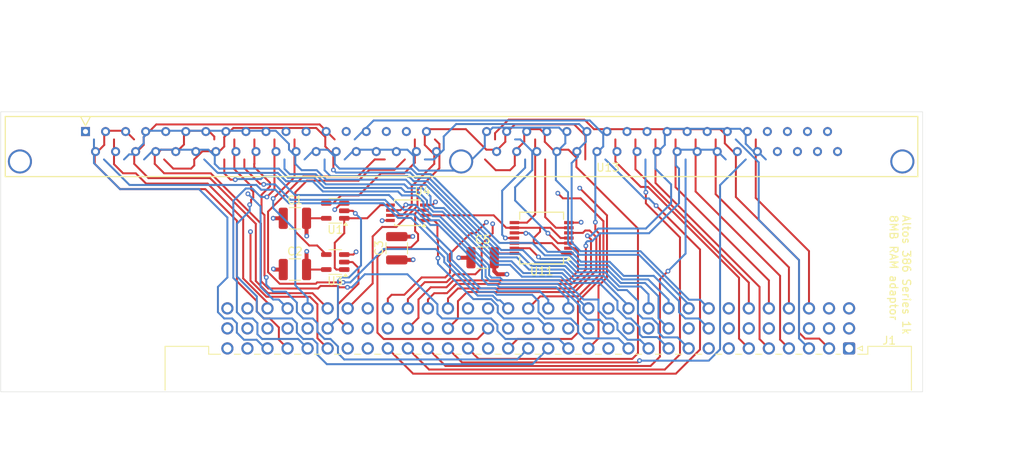
<source format=kicad_pcb>
(kicad_pcb (version 20240108) (generator "pcbnew") (generator_version "8.0")
  (layers (0 "F.Cu" signal) (1 "In1.Cu" signal) (2 "In2.Cu" signal) (31 "B.Cu" signal) (34 "B.Paste" user) (35 "F.Paste" user) (36 "B.SilkS" user "B.Silkscreen") (37 "F.SilkS" user "F.Silkscreen") (38 "B.Mask" user) (39 "F.Mask" user) (44 "Edge.Cuts" user))
  (net 0 "")
  (net 1 "VCC")
  (net 2 "GND")
  (net 3 "P2")
  (net 4 "RAS0")
  (net 5 "A02")
  (net 6 "D24")
  (net 7 "D31")
  (net 8 "D16")
  (net 9 "P1")
  (net 10 "D06")
  (net 12 "D12")
  (net 13 "D19")
  (net 15 "A01")
  (net 16 "CAS3")
  (net 17 "A07")
  (net 18 "D04")
  (net 19 "D13")
  (net 20 "D14")
  (net 21 "D10")
  (net 22 "D25")
  (net 23 "~{CAS_OE}")
  (net 24 "A05")
  (net 25 "CAS1")
  (net 26 "D17")
  (net 27 "D05")
  (net 28 "D28")
  (net 29 "D15")
  (net 30 "A08")
  (net 31 "D29")
  (net 32 "D00")
  (net 33 "CAS0")
  (net 34 "D02")
  (net 35 "P3")
  (net 36 "D22")
  (net 37 "D09")
  (net 38 "A06")
  (net 39 "A04")
  (net 40 "D18")
  (net 41 "D01")
  (net 42 "A00")
  (net 43 "D30")
  (net 44 "D20")
  (net 45 "~{RAS_OE}")
  (net 46 "A09")
  (net 47 "WE")
  (net 48 "P0")
  (net 49 "D21")
  (net 50 "D03")
  (net 51 "D27")
  (net 52 "RAS1")
  (net 53 "D23")
  (net 54 "D11")
  (net 55 "D08")
  (net 56 "CAS2")
  (net 57 "D26")
  (net 58 "D07")
  (net 59 "A03")
  (net 60 "~{RAS1}")
  (net 61 "~{CAS1}")
  (net 62 "~{WE}")
  (net 63 "~{RAS0}")
  (net 64 "~{CAS0}")
  (net 65 "~{CAS3}")
  (net 66 "~{CAS2}")
  (net 67 "CAS_OE")
  (net 68 "RAS_OE")
  (footprint "Capacitor_SMD:C_1210_3225Metric" (layer "F.Cu") (at 56.75 158.5)
    (property "Reference" "C1")
    (property "Value" "0.1uF")
  )
  (footprint "Capacitor_SMD:C_1210_3225Metric" (layer "F.Cu") (at 80.525 163.5)
    (property "Reference" "C5")
    (property "Value" "0.1uF")
  )
  (footprint "Capacitor_SMD:C_1210_3225Metric" (layer "F.Cu") (at 56.75 165)
    (property "Reference" "C2")
    (property "Value" "0.1uF")
  )
  (footprint "Sockets:SIM72" (layer "F.Cu") (at 77.855 149.77)
    (property "Reference" "U13")
    (property "Value" "~" (hide yes))
  )
  (footprint "Capacitor_SMD:C_1210_3225Metric" (layer "F.Cu") (at 69.65 162.3 90)
    (property "Reference" "C3")
    (property "Value" "0.1uF")
  )
  (footprint "Package_SO:TSSOP-8_3x3mm_P0.65mm" (layer "F.Cu") (at 71 157.8 180)
    (property "Reference" "U4")
    (property "Value" "74AHCT3G04DC")
  )
  (footprint "Package_SO:SSOP-14_5.3x6.2mm_P0.65mm" (layer "F.Cu") (at 88 161 180)
    (property "Reference" "U11")
    (property "Value" "SN74AHCT00DR")
  )
  (footprint "Package_TO_SOT_SMD:SOT-23-5" (layer "F.Cu") (at 61.8625 164.05 180)
    (property "Reference" "U3")
    (property "Value" "SN74AHCT1G00DBVR")
  )
  (footprint "Sockets:DIN41612_R_3x32_Male_Horizontal_THT" (layer "F.Cu") (at 126.94 175 180)
    (property "Reference" "J1")
    (property "Value" "~" (hide yes))
  )
  (footprint "Package_TO_SOT_SMD:SOT-23-5" (layer "F.Cu") (at 61.8625 157.55 180)
    (property "Reference" "U1")
    (property "Value" "SN74AHCT1G00DBVR")
  )
  (gr_rect (start 19.5 145) (end 136.25 180.5) (stroke (width 0.05)) (fill none) (layer "Edge.Cuts"))
  (gr_text "Altos 386 Series 1k\n8MB RAM adaptor" (at 132 158 270) (layer "F.SilkS") (effects (font (size 1 1)) (justify left bottom)))
  (segment (start 82 163.5) (end 82 165.2) (width 0.5) (layer "F.Cu") (net 1))
  (segment (start 68.85 158.775) (end 67.825 158.775) (width 0.25) (layer "F.Cu") (net 1))
  (segment (start 69.65 160.825) (end 71.65 160.825) (width 0.5) (layer "F.Cu") (net 1))
  (segment (start 58.225 162.725) (end 58.25 162.7) (width 0.5) (layer "F.Cu") (net 1))
  (segment (start 82.4 165.6) (end 83.6 165.6) (width 0.5) (layer "F.Cu") (net 1))
  (segment (start 58.225 160.725) (end 58.25 160.75) (width 0.5) (layer "F.Cu") (net 1))
  (segment (start 60.725 158.5) (end 58.225 158.5) (width 0.25) (layer "F.Cu") (net 1))
  (segment (start 58.225 165) (end 58.225 162.725) (width 0.5) (layer "F.Cu") (net 1))
  (segment (start 82.55 162.95) (end 82 163.5) (width 0.25) (layer "F.Cu") (net 1))
  (segment (start 68.85 158.775) (end 68.8125 158.8125) (width 0.25) (layer "F.Cu") (net 1))
  (segment (start 60.725 165) (end 58.225 165) (width 0.25) (layer "F.Cu") (net 1))
  (segment (start 71.65 160.825) (end 71.675 160.8) (width 0.5) (layer "F.Cu") (net 1))
  (segment (start 84.55 162.95) (end 82.55 162.95) (width 0.25) (layer "F.Cu") (net 1))
  (segment (start 82 165.2) (end 82.4 165.6) (width 0.5) (layer "F.Cu") (net 1))
  (segment (start 67.825 158.775) (end 67.8 158.8) (width 0.25) (layer "F.Cu") (net 1))
  (segment (start 58.225 158.5) (end 58.225 160.725) (width 0.5) (layer "F.Cu") (net 1))
  (via (at 71.675 160.8) (size 0.6) (drill 0.3) (layers "F.Cu" "B.Cu") (net 1))
  (via (at 67.8 158.8) (size 0.6) (drill 0.3) (layers "F.Cu" "B.Cu") (net 1))
  (via (at 83.6 165.6) (size 0.6) (drill 0.3) (layers "F.Cu" "B.Cu") (net 1))
  (via (at 58.25 162.7) (size 0.6) (drill 0.3) (layers "F.Cu" "B.Cu") (net 1))
  (via (at 58.25 160.75) (size 0.6) (drill 0.3) (layers "F.Cu" "B.Cu") (net 1))
  (segment (start 54.104595 165) (end 54.025 164.920405) (width 0.5) (layer "F.Cu") (net 2))
  (segment (start 69.65 163.775) (end 71.700004 163.775) (width 0.5) (layer "F.Cu") (net 2))
  (segment (start 91.45 159.05) (end 92.95 159.05) (width 0.25) (layer "F.Cu") (net 2))
  (segment (start 55.275 165) (end 54.104595 165) (width 0.5) (layer "F.Cu") (net 2))
  (segment (start 74.155544 156.825) (end 74.555544 156.425) (width 0.25) (layer "F.Cu") (net 2))
  (segment (start 79.05 163.5) (end 77.5 163.5) (width 0.5) (layer "F.Cu") (net 2))
  (segment (start 63 163.1) (end 64.15 163.1) (width 0.25) (layer "F.Cu") (net 2))
  (segment (start 92.95 159.05) (end 93 159) (width 0.25) (layer "F.Cu") (net 2))
  (segment (start 62.599998 156.6) (end 61.799998 157.4) (width 0.25) (layer "F.Cu") (net 2))
  (segment (start 55.275 158.5) (end 54 158.5) (width 0.5) (layer "F.Cu") (net 2))
  (segment (start 73.15 156.825) (end 74.155544 156.825) (width 0.25) (layer "F.Cu") (net 2))
  (segment (start 63 156.6) (end 62.599998 156.6) (width 0.25) (layer "F.Cu") (net 2))
  (segment (start 71.700004 163.775) (end 71.725 163.750004) (width 0.5) (layer "F.Cu") (net 2))
  (segment (start 64.15 163.1) (end 64.5 162.75) (width 0.25) (layer "F.Cu") (net 2))
  (via (at 54.025 164.920405) (size 0.6) (drill 0.3) (layers "F.Cu" "B.Cu") (net 2))
  (via (at 71.725 163.750004) (size 0.6) (drill 0.3) (layers "F.Cu" "B.Cu") (net 2))
  (via (at 54 158.5) (size 0.6) (drill 0.3) (layers "F.Cu" "B.Cu") (net 2))
  (via (at 64.5 162.75) (size 0.6) (drill 0.3) (layers "F.Cu" "B.Cu") (net 2))
  (via (at 93 159) (size 0.6) (drill 0.3) (layers "F.Cu" "B.Cu") (net 2))
  (via (at 77.5 163.5) (size 0.6) (drill 0.3) (layers "F.Cu" "B.Cu") (net 2))
  (via (at 74.555544 156.425) (size 0.6) (drill 0.3) (layers "F.Cu" "B.Cu") (net 2))
  (via (at 61.799998 157.4) (size 0.6) (drill 0.3) (layers "F.Cu" "B.Cu") (net 2))
  (segment (start 106.665405 168.82) (end 108.06 168.82) (width 0.25) (layer "B.Cu") (net 3))
  (segment (start 73.21 151.04) (end 74.36 151.04) (width 0.25) (layer "B.Cu") (net 3))
  (segment (start 93.6 148.8) (end 92.6 149.8) (width 0.25) (layer "B.Cu") (net 3))
  (segment (start 91.8 161.554595) (end 92.920405 162.675) (width 0.25) (layer "B.Cu") (net 3))
  (segment (start 108.06 168.82) (end 109.16 169.92) (width 0.25) (layer "B.Cu") (net 3))
  (segment (start 92.6 149.8) (end 92.6 150.697843) (width 0.25) (layer "B.Cu") (net 3))
  (segment (start 100.520405 162.675) (end 106.665405 168.82) (width 0.25) (layer "B.Cu") (net 3))
  (segment (start 92.75 146.55) (end 93.6 147.4) (width 0.25) (layer "B.Cu") (net 3))
  (segment (start 92.920405 162.675) (end 100.520405 162.675) (width 0.25) (layer "B.Cu") (net 3))
  (segment (start 92.6 150.697843) (end 91.8 151.497843) (width 0.25) (layer "B.Cu") (net 3))
  (segment (start 75.6 148.125) (end 77.175 146.55) (width 0.25) (layer "B.Cu") (net 3))
  (segment (start 74.36 151.04) (end 75.6 149.8) (width 0.25) (layer "B.Cu") (net 3))
  (segment (start 93.6 147.4) (end 93.6 148.8) (width 0.25) (layer "B.Cu") (net 3))
  (segment (start 91.8 151.497843) (end 91.8 161.554595) (width 0.25) (layer "B.Cu") (net 3))
  (segment (start 75.6 149.8) (end 75.6 148.125) (width 0.25) (layer "B.Cu") (net 3))
  (segment (start 77.175 146.55) (end 92.75 146.55) (width 0.25) (layer "B.Cu") (net 3))
  (segment (start 64.075 157.55) (end 64.4 157.875) (width 0.25) (layer "F.Cu") (net 4))
  (segment (start 63 157.55) (end 64.075 157.55) (width 0.25) (layer "F.Cu") (net 4))
  (via (at 64.4 157.875) (size 0.6) (drill 0.3) (layers "F.Cu" "B.Cu") (net 4))
  (segment (start 62.2 166.4) (end 62.6 166) (width 0.25) (layer "B.Cu") (net 4))
  (segment (start 63.6 166) (end 65.125 164.475) (width 0.25) (layer "B.Cu") (net 4))
  (segment (start 60.9 172.46) (end 62.2 171.16) (width 0.25) (layer "B.Cu") (net 4))
  (segment (start 65.125 164.475) (end 65.125 158.6) (width 0.25) (layer "B.Cu") (net 4))
  (segment (start 65.125 158.6) (end 64.4 157.875) (width 0.25) (layer "B.Cu") (net 4))
  (segment (start 62.6 166) (end 63.6 166) (width 0.25) (layer "B.Cu") (net 4))
  (segment (start 62.2 171.16) (end 62.2 166.4) (width 0.25) (layer "B.Cu") (net 4))
  (segment (start 42.7 149.15) (end 42.7 148) (width 0.25) (layer "F.Cu") (net 5))
  (segment (start 46.090809 152.8) (end 40.2 152.8) (width 0.25) (layer "F.Cu") (net 5))
  (segment (start 52.45 166.465812) (end 52.45 159.159191) (width 0.25) (layer "F.Cu") (net 5))
  (segment (start 59.679442 167.4) (end 53.384188 167.4) (width 0.25) (layer "F.Cu") (net 5))
  (segment (start 42.05 149.8) (end 42.7 149.15) (width 0.25) (layer "F.Cu") (net 5))
  (segment (start 60 167.079442) (end 59.679442 167.4) (width 0.25) (layer "F.Cu") (net 5))
  (segment (start 52.45 159.159191) (end 46.090809 152.8) (width 0.25) (layer "F.Cu") (net 5))
  (segment (start 46.54 148.14) (end 46.54 148.5) (width 0.25) (layer "F.Cu") (net 5))
  (segment (start 39.8 149.8) (end 42.05 149.8) (width 0.25) (layer "F.Cu") (net 5))
  (segment (start 62.375 167.254442) (end 62.2 167.079442) (width 0.25) (layer "F.Cu") (net 5))
  (segment (start 39 151.6) (end 39 150.6) (width 0.25) (layer "F.Cu") (net 5))
  (segment (start 63.407319 167.254442) (end 62.375 167.254442) (width 0.25) (layer "F.Cu") (net 5))
  (segment (start 40.2 152.8) (end 39 151.6) (width 0.25) (layer "F.Cu") (net 5))
  (segment (start 53.384188 167.4) (end 52.45 166.465812) (width 0.25) (layer "F.Cu") (net 5))
  (segment (start 42.7 148) (end 43.3 147.4) (width 0.25) (layer "F.Cu") (net 5))
  (segment (start 39 150.6) (end 39.8 149.8) (width 0.25) (layer "F.Cu") (net 5))
  (segment (start 60 167.079442) (end 62.2 167.079442) (width 0.25) (layer "F.Cu") (net 5))
  (segment (start 45.8 147.4) (end 46.54 148.14) (width 0.25) (layer "F.Cu") (net 5))
  (segment (start 43.3 147.4) (end 45.8 147.4) (width 0.25) (layer "F.Cu") (net 5))
  (via (at 63.407319 167.254442) (size 0.6) (drill 0.3) (layers "F.Cu" "B.Cu") (net 5))
  (segment (start 90.18 173.8) (end 83.4 173.8) (width 0.25) (layer "B.Cu") (net 5))
  (segment (start 91.38 175) (end 90.18 173.8) (width 0.25) (layer "B.Cu") (net 5))
  (segment (start 75.4 171.2) (end 74.8 170.6) (width 0.25) (layer "B.Cu") (net 5))
  (segment (start 63.945558 167.254442) (end 63.407319 167.254442) (width 0.25) (layer "B.Cu") (net 5))
  (segment (start 82.4 172) (end 81.6 171.2) (width 0.25) (layer "B.Cu") (net 5))
  (segment (start 82.4 172.8) (end 82.4 172) (width 0.25) (layer "B.Cu") (net 5))
  (segment (start 71 165.6) (end 65.6 165.6) (width 0.25) (layer "B.Cu") (net 5))
  (segment (start 81.6 171.2) (end 75.4 171.2) (width 0.25) (layer "B.Cu") (net 5))
  (segment (start 74.8 170.6) (end 74.8 169.4) (width 0.25) (layer "B.Cu") (net 5))
  (segment (start 74.8 169.4) (end 71 165.6) (width 0.25) (layer "B.Cu") (net 5))
  (segment (start 65.6 165.6) (end 63.945558 167.254442) (width 0.25) (layer "B.Cu") (net 5))
  (segment (start 83.4 173.8) (end 82.4 172.8) (width 0.25) (layer "B.Cu") (net 5))
  (segment (start 97.34 151.303604) (end 97.34 148.5) (width 0.25) (layer "F.Cu") (net 6))
  (segment (start 100.561396 154.525) (end 97.34 151.303604) (width 0.25) (layer "F.Cu") (net 6))
  (segment (start 114.24 175) (end 113 173.76) (width 0.25) (layer "F.Cu") (net 6))
  (segment (start 113 166.045405) (end 101.479595 154.525) (width 0.25) (layer "F.Cu") (net 6))
  (segment (start 113 173.76) (end 113 166.045405) (width 0.25) (layer "F.Cu") (net 6))
  (segment (start 101.479595 154.525) (end 100.561396 154.525) (width 0.25) (layer "F.Cu") (net 6))
  (segment (start 121.86 169.92) (end 121.86 162.66) (width 0.25) (layer "F.Cu") (net 7))
  (segment (start 121.86 162.66) (end 115.12 155.92) (width 0.25) (layer "F.Cu") (net 7))
  (segment (start 115.12 155.92) (end 115.12 148.5) (width 0.25) (layer "F.Cu") (net 7))
  (segment (start 71.45 158.45) (end 76.113604 163.113604) (width 0.25) (layer "B.Cu") (net 8))
  (segment (start 86.8 168.2) (end 87.6 169) (width 0.25) (layer "B.Cu") (net 8))
  (segment (start 67.963604 156.6) (end 69.813604 158.45) (width 0.25) (layer "B.Cu") (net 8))
  (segment (start 52.475 154.875) (end 54.275 154.875) (width 0.25) (layer "B.Cu") (net 8))
  (segment (start 32.57 151.04) (end 35.805 154.275) (width 0.25) (layer "B.Cu") (net 8))
  (segment (start 87.6 169) (end 87.6 170.4) (width 0.25) (layer "B.Cu") (net 8))
  (segment (start 80.061393 167.824997) (end 81.953424 167.824997) (width 0.25) (layer "B.Cu") (net 8))
  (segment (start 56 156.6) (end 67.963604 156.6) (width 0.25) (layer "B.Cu") (net 8))
  (segment (start 93.375 173.725) (end 97.725 173.725) (width 0.25) (layer "B.Cu") (net 8))
  (segment (start 81.953424 167.824997) (end 82.328427 168.2) (width 0.25) (layer "B.Cu") (net 8))
  (segment (start 51.875 154.275) (end 52.475 154.875) (width 0.25) (layer "B.Cu") (net 8))
  (segment (start 92.625 172.975) (end 93.375 173.725) (width 0.25) (layer "B.Cu") (net 8))
  (segment (start 69.813604 158.45) (end 71.45 158.45) (width 0.25) (layer "B.Cu") (net 8))
  (segment (start 54.275 154.875) (end 56 156.6) (width 0.25) (layer "B.Cu") (net 8))
  (segment (start 97.725 173.725) (end 99 175) (width 0.25) (layer "B.Cu") (net 8))
  (segment (start 76.113604 163.877208) (end 80.061393 167.824997) (width 0.25) (layer "B.Cu") (net 8))
  (segment (start 88.4 171.2) (end 91.675635 171.2) (width 0.25) (layer "B.Cu") (net 8))
  (segment (start 87.6 170.4) (end 88.4 171.2) (width 0.25) (layer "B.Cu") (net 8))
  (segment (start 35.805 154.275) (end 51.875 154.275) (width 0.25) (layer "B.Cu") (net 8))
  (segment (start 76.113604 163.113604) (end 76.113604 163.877208) (width 0.25) (layer "B.Cu") (net 8))
  (segment (start 82.328427 168.2) (end 86.8 168.2) (width 0.25) (layer "B.Cu") (net 8))
  (segment (start 91.675635 171.2) (end 92.625 172.149365) (width 0.25) (layer "B.Cu") (net 8))
  (segment (start 92.625 172.149365) (end 92.625 172.975) (width 0.25) (layer "B.Cu") (net 8))
  (segment (start 80.005 176.325) (end 78.68 175) (width 0.25) (layer "F.Cu") (net 9))
  (segment (start 84.6 150) (end 84.6 151.8) (width 0.25) (layer "F.Cu") (net 9))
  (segment (start 85.8 147.9) (end 85.8 148.8) (width 0.25) (layer "F.Cu") (net 9))
  (segment (start 92.4 152) (end 100.2 159.8) (width 0.25) (layer "F.Cu") (net 9))
  (segment (start 92.4 150.8) (end 91.4 149.8) (width 0.25) (layer "F.Cu") (net 9))
  (segment (start 89.4 149.8) (end 88.4 148.8) (width 0.25) (layer "F.Cu") (net 9))
  (segment (start 100.2 159.8) (end 100.2 175.6) (width 0.25) (layer "F.Cu") (net 9))
  (segment (start 82.19 152.4) (end 80.83 151.04) (width 0.25) (layer "F.Cu") (net 9))
  (segment (start 87.8 147.2) (end 86.5 147.2) (width 0.25) (layer "F.Cu") (net 9))
  (segment (start 100.2 175.6) (end 99.475 176.325) (width 0.25) (layer "F.Cu") (net 9))
  (segment (start 88.4 147.8) (end 87.8 147.2) (width 0.25) (layer "F.Cu") (net 9))
  (segment (start 92.4 152) (end 92.4 150.8) (width 0.25) (layer "F.Cu") (net 9))
  (segment (start 99.475 176.325) (end 80.005 176.325) (width 0.25) (layer "F.Cu") (net 9))
  (segment (start 85.8 148.8) (end 84.6 150) (width 0.25) (layer "F.Cu") (net 9))
  (segment (start 84.6 151.8) (end 84 152.4) (width 0.25) (layer "F.Cu") (net 9))
  (segment (start 86.5 147.2) (end 85.8 147.9) (width 0.25) (layer "F.Cu") (net 9))
  (segment (start 84 152.4) (end 82.19 152.4) (width 0.25) (layer "F.Cu") (net 9))
  (segment (start 88.4 148.8) (end 88.4 147.8) (width 0.25) (layer "F.Cu") (net 9))
  (segment (start 91.4 149.8) (end 89.4 149.8) (width 0.25) (layer "F.Cu") (net 9))
  (segment (start 53.161396 168.45) (end 51.125 166.413604) (width 0.25) (layer "F.Cu") (net 10))
  (segment (start 59.6 173.7) (end 59.6 169.4) (width 0.25) (layer "F.Cu") (net 10))
  (segment (start 59.6 169.4) (end 58.65 168.45) (width 0.25) (layer "F.Cu") (net 10))
  (segment (start 58.65 168.45) (end 53.161396 168.45) (width 0.25) (layer "F.Cu") (net 10))
  (segment (start 60.9 175) (end 59.6 173.7) (width 0.25) (layer "F.Cu") (net 10))
  (segment (start 51.125 166.413604) (end 51.125 160.2) (width 0.25) (layer "F.Cu") (net 10))
  (via (at 51.125 160.2) (size 0.6) (drill 0.3) (layers "F.Cu" "B.Cu") (net 10))
  (segment (start 102.98 166.22) (end 104 165.2) (width 0.25) (layer "F.Cu") (net 12))
  (segment (start 102.98 176.045001) (end 102.98 166.22) (width 0.25) (layer "F.Cu") (net 12))
  (segment (start 75.825001 177.225001) (end 101.8 177.225001) (width 0.25) (layer "F.Cu") (net 12))
  (segment (start 101.8 177.225001) (end 102.98 176.045001) (width 0.25) (layer "F.Cu") (net 12))
  (segment (start 73.6 175) (end 75.825001 177.225001) (width 0.25) (layer "F.Cu") (net 12))
  (via (at 104 165.2) (size 0.6) (drill 0.3) (layers "F.Cu" "B.Cu") (net 12))
  (segment (start 106.23 162.97) (end 104 165.2) (width 0.25) (layer "B.Cu") (net 12))
  (segment (start 106.23 151.04) (end 106.23 162.97) (width 0.25) (layer "B.Cu") (net 12))
  (segment (start 59.45 147.05) (end 60.6 148.2) (width 0.25) (layer "F.Cu") (net 13))
  (segment (start 47.8 149.4) (end 47.8 148.2) (width 0.25) (layer "F.Cu") (net 13))
  (segment (start 47.2 150) (end 47.8 149.4) (width 0.25) (layer "F.Cu") (net 13))
  (segment (start 61.622702 150.422702) (end 61.622702 152.377298) (width 0.25) (layer "F.Cu") (net 13))
  (segment (start 40.19 151.04) (end 41.35 152.2) (width 0.25) (layer "F.Cu") (net 13))
  (segment (start 41.35 152.2) (end 43.6 152.2) (width 0.25) (layer "F.Cu") (net 13))
  (segment (start 43.6 152.2) (end 44 151.8) (width 0.25) (layer "F.Cu") (net 13))
  (segment (start 60.6 149.4) (end 61.622702 150.422702) (width 0.25) (layer "F.Cu") (net 13))
  (segment (start 47.8 148.2) (end 48.95 147.05) (width 0.25) (layer "F.Cu") (net 13))
  (segment (start 44 151.042157) (end 45.042157 150) (width 0.25) (layer "F.Cu") (net 13))
  (segment (start 45.042157 150) (end 47.2 150) (width 0.25) (layer "F.Cu") (net 13))
  (segment (start 48.95 147.05) (end 59.45 147.05) (width 0.25) (layer "F.Cu") (net 13))
  (segment (start 60.6 148.2) (end 60.6 149.4) (width 0.25) (layer "F.Cu") (net 13))
  (segment (start 44 151.8) (end 44 151.042157) (width 0.25) (layer "F.Cu") (net 13))
  (via (at 61.622702 152.377298) (size 0.6) (drill 0.3) (layers "F.Cu" "B.Cu") (net 13))
  (segment (start 91.163425 164.1) (end 87.2 164.1) (width 0.25) (layer "B.Cu") (net 13))
  (segment (start 85.621035 162.521035) (end 82.878965 162.521035) (width 0.25) (layer "B.Cu") (net 13))
  (segment (start 71.35 152.7) (end 61.945404 152.7) (width 0.25) (layer "B.Cu") (net 13))
  (segment (start 101.54 169.92) (end 101.54 168.14) (width 0.25) (layer "B.Cu") (net 13))
  (segment (start 82.878965 162.521035) (end 73.707931 153.35) (width 0.25) (layer "B.Cu") (net 13))
  (segment (start 61.945404 152.7) (end 61.622702 152.377298) (width 0.25) (layer "B.Cu") (net 13))
  (segment (start 73.707931 153.35) (end 72 153.35) (width 0.25) (layer "B.Cu") (net 13))
  (segment (start 100.55 167.15) (end 97.840812 167.15) (width 0.25) (layer "B.Cu") (net 13))
  (segment (start 92.413425 165.35) (end 91.163425 164.1) (width 0.25) (layer "B.Cu") (net 13))
  (segment (start 96.040812 165.35) (end 92.413425 165.35) (width 0.25) (layer "B.Cu") (net 13))
  (segment (start 97.840812 167.15) (end 96.040812 165.35) (width 0.25) (layer "B.Cu") (net 13))
  (segment (start 101.54 168.14) (end 100.55 167.15) (width 0.25) (layer "B.Cu") (net 13))
  (segment (start 72 153.35) (end 71.35 152.7) (width 0.25) (layer "B.Cu") (net 13))
  (segment (start 87.2 164.1) (end 85.621035 162.521035) (width 0.25) (layer "B.Cu") (net 13))
  (segment (start 46.98 152.75) (end 45.27 151.04) (width 0.25) (layer "B.Cu") (net 15))
  (segment (start 73.030544 156.430544) (end 72.2 155.6) (width 0.25) (layer "B.Cu") (net 15))
  (segment (start 59 153.8) (end 55.636396 153.8) (width 0.25) (layer "B.Cu") (net 15))
  (segment (start 74.22402 158.250152) (end 73.030544 157.056676) (width 0.25) (layer "B.Cu") (net 15))
  (segment (start 81.35 164.477208) (end 75.122944 158.250152) (width 0.25) (layer "B.Cu") (net 15))
  (segment (start 81.661393 166.024997) (end 81.35 165.713604) (width 0.25) (layer "B.Cu") (net 15))
  (segment (start 72.2 155.6) (end 70.3 155.6) (width 0.25) (layer "B.Cu") (net 15))
  (segment (start 82.734185 166.024997) (end 81.661393 166.024997) (width 0.25) (layer "B.Cu") (net 15))
  (segment (start 93.801445 169.92) (end 90.231445 166.35) (width 0.25) (layer "B.Cu") (net 15))
  (segment (start 75.122944 158.250152) (end 74.22402 158.250152) (width 0.25) (layer "B.Cu") (net 15))
  (segment (start 81.35 165.713604) (end 81.35 164.477208) (width 0.25) (layer "B.Cu") (net 15))
  (segment (start 93.92 169.92) (end 93.801445 169.92) (width 0.25) (layer "B.Cu") (net 15))
  (segment (start 69.8 155.1) (end 60.3 155.1) (width 0.25) (layer "B.Cu") (net 15))
  (segment (start 55.636396 153.8) (end 54.586396 152.75) (width 0.25) (layer "B.Cu") (net 15))
  (segment (start 90.231445 166.35) (end 83.059188 166.35) (width 0.25) (layer "B.Cu") (net 15))
  (segment (start 73.030544 157.056676) (end 73.030544 156.430544) (width 0.25) (layer "B.Cu") (net 15))
  (segment (start 54.586396 152.75) (end 46.98 152.75) (width 0.25) (layer "B.Cu") (net 15))
  (segment (start 70.3 155.6) (end 69.8 155.1) (width 0.25) (layer "B.Cu") (net 15))
  (segment (start 83.059188 166.35) (end 82.734185 166.024997) (width 0.25) (layer "B.Cu") (net 15))
  (segment (start 60.3 155.1) (end 59 153.8) (width 0.25) (layer "B.Cu") (net 15))
  (segment (start 84.55 160.35) (end 85.95 160.35) (width 0.25) (layer "F.Cu") (net 16))
  (segment (start 85.95 160.35) (end 86 160.4) (width 0.25) (layer "F.Cu") (net 16))
  (via (at 86 160.4) (size 0.6) (drill 0.3) (layers "F.Cu" "B.Cu") (net 16))
  (segment (start 91.722613 162.75) (end 92.972613 164) (width 0.25) (layer "B.Cu") (net 16))
  (segment (start 96.6 164) (end 98.4 165.8) (width 0.25) (layer "B.Cu") (net 16))
  (segment (start 88.75 162.75) (end 91.722613 162.75) (width 0.25) (layer "B.Cu") (net 16))
  (segment (start 86 160.4) (end 86.4 160.4) (width 0.25) (layer "B.Cu") (net 16))
  (segment (start 107.9 171.2) (end 109.16 172.46) (width 0.25) (layer "B.Cu") (net 16))
  (segment (start 105.4 170.4) (end 106.2 171.2) (width 0.25) (layer "B.Cu") (net 16))
  (segment (start 106.2 171.2) (end 107.9 171.2) (width 0.25) (layer "B.Cu") (net 16))
  (segment (start 102.2 165.8) (end 105.4 169) (width 0.25) (layer "B.Cu") (net 16))
  (segment (start 86.4 160.4) (end 88.75 162.75) (width 0.25) (layer "B.Cu") (net 16))
  (segment (start 105.4 169) (end 105.4 170.4) (width 0.25) (layer "B.Cu") (net 16))
  (segment (start 92.972613 164) (end 93.127564 164) (width 0.25) (layer "B.Cu") (net 16))
  (segment (start 98.4 165.8) (end 102.2 165.8) (width 0.25) (layer "B.Cu") (net 16))
  (segment (start 93.127564 164) (end 96.6 164) (width 0.25) (layer "B.Cu") (net 16))
  (segment (start 86.3 169.92) (end 87.82 168.4) (width 0.25) (layer "F.Cu") (net 17))
  (segment (start 95.375003 160.534009) (end 94.8 159.959006) (width 0.25) (layer "F.Cu") (net 17))
  (segment (start 92.6 168.4) (end 95.375003 165.624997) (width 0.25) (layer "F.Cu") (net 17))
  (segment (start 87.82 168.4) (end 92.6 168.4) (width 0.25) (layer "F.Cu") (net 17))
  (segment (start 94.8 159.959006) (end 94.8 158.999954) (width 0.25) (layer "F.Cu") (net 17))
  (segment (start 95.375003 165.624997) (end 95.375003 160.534009) (width 0.25) (layer "F.Cu") (net 17))
  (via (at 94.8 158.999954) (size 0.6) (drill 0.3) (layers "F.Cu" "B.Cu") (net 17))
  (segment (start 95.8 147.8) (end 95.8 149.4) (width 0.25) (layer "B.Cu") (net 17))
  (segment (start 94.1 146.1) (end 95.8 147.8) (width 0.25) (layer "B.Cu") (net 17))
  (segment (start 95.8 149.4) (end 94.8 150.4) (width 0.25) (layer "B.Cu") (net 17))
  (segment (start 64.32 148.5) (end 66.72 146.1) (width 0.25) (layer "B.Cu") (net 17))
  (segment (start 94.8 158.351774) (end 94.8 158.999954) (width 0.25) (layer "B.Cu") (net 17))
  (segment (start 94.8 150.4) (end 94.8 158.351774) (width 0.25) (layer "B.Cu") (net 17))
  (segment (start 66.72 146.1) (end 94.1 146.1) (width 0.25) (layer "B.Cu") (net 17))
  (segment (start 53.2 155.8) (end 54.16 154.84) (width 0.25) (layer "F.Cu") (net 18))
  (segment (start 54.16 154.84) (end 54.16 148.5) (width 0.25) (layer "F.Cu") (net 18))
  (via (at 53.2 155.8) (size 0.6) (drill 0.3) (layers "F.Cu" "B.Cu") (net 18))
  (segment (start 52.436396 155.8) (end 53.2 155.8) (width 0.25) (layer "B.Cu") (net 18))
  (segment (start 52 173.2) (end 52 171.8) (width 0.25) (layer "B.Cu") (net 18))
  (segment (start 50.2 171.2) (end 49.4 170.4) (width 0.25) (layer "B.Cu") (net 18))
  (segment (start 52 171.8) (end 51.4 171.2) (width 0.25) (layer "B.Cu") (net 18))
  (segment (start 48.95 156.295405) (end 50.520405 154.725) (width 0.25) (layer "B.Cu") (net 18))
  (segment (start 51.361396 154.725) (end 52.436396 155.8) (width 0.25) (layer "B.Cu") (net 18))
  (segment (start 48.95 166.061396) (end 48.95 156.295405) (width 0.25) (layer "B.Cu") (net 18))
  (segment (start 50.520405 154.725) (end 51.361396 154.725) (width 0.25) (layer "B.Cu") (net 18))
  (segment (start 57.16 173.8) (end 52.6 173.8) (width 0.25) (layer "B.Cu") (net 18))
  (segment (start 52.6 173.8) (end 52 173.2) (width 0.25) (layer "B.Cu") (net 18))
  (segment (start 58.36 175) (end 57.16 173.8) (width 0.25) (layer "B.Cu") (net 18))
  (segment (start 49.4 170.4) (end 49.4 166.511396) (width 0.25) (layer "B.Cu") (net 18))
  (segment (start 49.4 166.511396) (end 48.95 166.061396) (width 0.25) (layer "B.Cu") (net 18))
  (segment (start 51.4 171.2) (end 50.2 171.2) (width 0.25) (layer "B.Cu") (net 18))
  (segment (start 75.6 168) (end 76 168) (width 0.25) (layer "F.Cu") (net 19))
  (segment (start 75.8 168) (end 75.6 168) (width 0.25) (layer "F.Cu") (net 19))
  (segment (start 73.6 169.92) (end 73.6 168.8) (width 0.25) (layer "F.Cu") (net 19))
  (segment (start 77.175 166.825) (end 91.775 166.825) (width 0.25) (layer "F.Cu") (net 19))
  (segment (start 76.9 167.1) (end 77 167) (width 0.25) (layer "F.Cu") (net 19))
  (segment (start 73.6 168.8) (end 74.4 168) (width 0.25) (layer "F.Cu") (net 19))
  (segment (start 74.4 168) (end 75.8 168) (width 0.25) (layer "F.Cu") (net 19))
  (segment (start 76.9 167.1) (end 77.175 166.825) (width 0.25) (layer "F.Cu") (net 19))
  (segment (start 93.6 165) (end 93.6 162) (width 0.25) (layer "F.Cu") (net 19))
  (segment (start 76 168) (end 76.9 167.1) (width 0.25) (layer "F.Cu") (net 19))
  (segment (start 91.775 166.825) (end 93.6 165) (width 0.25) (layer "F.Cu") (net 19))
  (via (at 93.6 162) (size 0.6) (drill 0.3) (layers "F.Cu" "B.Cu") (net 19))
  (segment (start 105.6 149.8) (end 110.07 149.8) (width 0.25) (layer "B.Cu") (net 19))
  (segment (start 95.4 160.4) (end 101.6 160.4) (width 0.25) (layer "B.Cu") (net 19))
  (segment (start 93.6 161.6) (end 93.8 161.4) (width 0.25) (layer "B.Cu") (net 19))
  (segment (start 93.8 161.4) (end 94.4 161.4) (width 0.25) (layer "B.Cu") (net 19))
  (segment (start 105.4 156.6) (end 105.4 152.2) (width 0.25) (layer "B.Cu") (net 19))
  (segment (start 105 150.4) (end 105.6 149.8) (width 0.25) (layer "B.Cu") (net 19))
  (segment (start 101.6 160.4) (end 105.4 156.6) (width 0.25) (layer "B.Cu") (net 19))
  (segment (start 105.4 152.2) (end 105 151.8) (width 0.25) (layer "B.Cu") (net 19))
  (segment (start 93.6 162) (end 93.6 161.6) (width 0.25) (layer "B.Cu") (net 19))
  (segment (start 110.07 149.8) (end 111.31 151.04) (width 0.25) (layer "B.Cu") (net 19))
  (segment (start 94.4 161.4) (end 95.4 160.4) (width 0.25) (layer "B.Cu") (net 19))
  (segment (start 105 151.8) (end 105 150.4) (width 0.25) (layer "B.Cu") (net 19))
  (segment (start 77.915 176.775) (end 100.175 176.775) (width 0.25) (layer "F.Cu") (net 20))
  (segment (start 76.14 175) (end 77.915 176.775) (width 0.25) (layer "F.Cu") (net 20))
  (segment (start 100.175 176.775) (end 100.4 176.55) (width 0.25) (layer "F.Cu") (net 20))
  (via (at 100.4 176.55) (size 0.6) (drill 0.3) (layers "F.Cu" "B.Cu") (net 20))
  (segment (start 110.6 154.29) (end 110.6 175.115635) (width 0.25) (layer "B.Cu") (net 20))
  (segment (start 110.6 175.115635) (end 109.165635 176.55) (width 0.25) (layer "B.Cu") (net 20))
  (segment (start 113.85 151.04) (end 110.6 154.29) (width 0.25) (layer "B.Cu") (net 20))
  (segment (start 109.165635 176.55) (end 100.4 176.55) (width 0.25) (layer "B.Cu") (net 20))
  (segment (start 71.06 175) (end 73.735001 177.675001) (width 0.25) (layer "F.Cu") (net 21))
  (segment (start 105.52 160.92) (end 101.2 156.6) (width 0.25) (layer "F.Cu") (net 21))
  (segment (start 73.735001 177.675001) (end 103.6 177.675001) (width 0.25) (layer "F.Cu") (net 21))
  (segment (start 101.2 156.6) (end 101.2 155.2) (width 0.25) (layer "F.Cu") (net 21))
  (segment (start 103.6 177.675001) (end 105.52 175.755001) (width 0.25) (layer "F.Cu") (net 21))
  (segment (start 105.52 175.755001) (end 105.52 160.92) (width 0.25) (layer "F.Cu") (net 21))
  (via (at 101.2 155.2) (size 0.6) (drill 0.3) (layers "F.Cu" "B.Cu") (net 21))
  (segment (start 101.15 155.15) (end 101.15 151.04) (width 0.25) (layer "B.Cu") (net 21))
  (segment (start 101.2 155.2) (end 101.15 155.15) (width 0.25) (layer "B.Cu") (net 21))
  (segment (start 114.24 169.92) (end 114.24 166.649009) (width 0.25) (layer "F.Cu") (net 22))
  (segment (start 114.24 166.649009) (end 99.88 152.289009) (width 0.25) (layer "F.Cu") (net 22))
  (segment (start 99.88 152.289009) (end 99.88 148.5) (width 0.25) (layer "F.Cu") (net 22))
  (segment (start 81.925 158.125) (end 83.5 159.7) (width 0.25) (layer "F.Cu") (net 23))
  (segment (start 91.45 162.95) (end 90.6 162.95) (width 0.25) (layer "F.Cu") (net 23))
  (segment (start 90.6 162.95) (end 89.3 161.65) (width 0.25) (layer "F.Cu") (net 23))
  (segment (start 89.3 161.65) (end 87 161.65) (width 0.25) (layer "F.Cu") (net 23))
  (segment (start 87.8 159.7) (end 89.1 159.7) (width 0.25) (layer "F.Cu") (net 23))
  (segment (start 87 161.65) (end 84.55 161.65) (width 0.25) (layer "F.Cu") (net 23))
  (segment (start 84.55 159.7) (end 87.8 159.7) (width 0.25) (layer "F.Cu") (net 23))
  (segment (start 87 161) (end 87.8 160.2) (width 0.25) (layer "F.Cu") (net 23))
  (segment (start 90.4 161) (end 91.45 161) (width 0.25) (layer "F.Cu") (net 23))
  (segment (start 73.15 158.125) (end 81.925 158.125) (width 0.25) (layer "F.Cu") (net 23))
  (segment (start 89.1 159.7) (end 90.4 161) (width 0.25) (layer "F.Cu") (net 23))
  (segment (start 87.8 160.2) (end 87.8 159.7) (width 0.25) (layer "F.Cu") (net 23))
  (segment (start 87 161.65) (end 87 161) (width 0.25) (layer "F.Cu") (net 23))
  (segment (start 83.5 159.7) (end 84.55 159.7) (width 0.25) (layer "F.Cu") (net 23))
  (segment (start 52.325 154.125) (end 52.725 154.125) (width 0.25) (layer "F.Cu") (net 24))
  (segment (start 52.725 154.125) (end 52.8 154.2) (width 0.25) (layer "F.Cu") (net 24))
  (segment (start 50.35 152.15) (end 52.325 154.125) (width 0.25) (layer "F.Cu") (net 24))
  (segment (start 50.35 151.04) (end 50.35 152.15) (width 0.25) (layer "F.Cu") (net 24))
  (via (at 52.8 154.2) (size 0.6) (drill 0.3) (layers "F.Cu" "B.Cu") (net 24))
  (segment (start 71.8 158) (end 70 158) (width 0.25) (layer "B.Cu") (net 24))
  (segment (start 76.6 163.727208) (end 76.6 162.8) (width 0.25) (layer "B.Cu") (net 24))
  (segment (start 56.186396 156.15) (end 54.236396 154.2) (width 0.25) (layer "B.Cu") (net 24))
  (segment (start 82.514823 167.75) (end 82.13982 167.374997) (width 0.25) (layer "B.Cu") (net 24))
  (segment (start 87.766015 167.75) (end 82.514823 167.75) (width 0.25) (layer "B.Cu") (net 24))
  (segment (start 88.84 168.823985) (end 87.766015 167.75) (width 0.25) (layer "B.Cu") (net 24))
  (segment (start 54.236396 154.2) (end 52.8 154.2) (width 0.25) (layer "B.Cu") (net 24))
  (segment (start 76.6 162.8) (end 71.8 158) (width 0.25) (layer "B.Cu") (net 24))
  (segment (start 68.15 156.15) (end 56.186396 156.15) (width 0.25) (layer "B.Cu") (net 24))
  (segment (start 70 158) (end 68.15 156.15) (width 0.25) (layer "B.Cu") (net 24))
  (segment (start 88.84 169.92) (end 88.84 168.823985) (width 0.25) (layer "B.Cu") (net 24))
  (segment (start 80.247789 167.374997) (end 76.6 163.727208) (width 0.25) (layer "B.Cu") (net 24))
  (segment (start 82.13982 167.374997) (end 80.247789 167.374997) (width 0.25) (layer "B.Cu") (net 24))
  (segment (start 77.4 169) (end 78.55 167.85) (width 0.25) (layer "F.Cu") (net 25))
  (segment (start 94.925005 160.89542) (end 94.079585 160.05) (width 0.25) (layer "F.Cu") (net 25))
  (segment (start 94.079585 160.05) (end 93.520395 160.05) (width 0.25) (layer "F.Cu") (net 25))
  (segment (start 94.925005 165.111391) (end 94.925005 160.89542) (width 0.25) (layer "F.Cu") (net 25))
  (segment (start 93.520395 160.05) (end 93.220395 160.35) (width 0.25) (layer "F.Cu") (net 25))
  (segment (start 76.14 172.46) (end 77.4 171.2) (width 0.25) (layer "F.Cu") (net 25))
  (segment (start 93.220395 160.35) (end 91.45 160.35) (width 0.25) (layer "F.Cu") (net 25))
  (segment (start 77.4 171.2) (end 77.4 169) (width 0.25) (layer "F.Cu") (net 25))
  (segment (start 92.186396 167.85) (end 94.925005 165.111391) (width 0.25) (layer "F.Cu") (net 25))
  (segment (start 78.55 167.85) (end 92.186396 167.85) (width 0.25) (layer "F.Cu") (net 25))
  (segment (start 99 169.92) (end 99 169.58198) (width 0.25) (layer "B.Cu") (net 26))
  (segment (start 84.857431 163.457431) (end 82.542569 163.457431) (width 0.25) (layer "B.Cu") (net 26))
  (segment (start 54.327843 147.4) (end 38.4 147.4) (width 0.25) (layer "B.Cu") (net 26))
  (segment (start 59.509188 152.4) (end 57.6 152.4) (width 0.25) (layer "B.Cu") (net 26))
  (segment (start 70.8 153.6) (end 60.709188 153.6) (width 0.25) (layer "B.Cu") (net 26))
  (segment (start 56 149.072157) (end 54.327843 147.4) (width 0.25) (layer "B.Cu") (net 26))
  (segment (start 95.66802 166.25) (end 92.040633 166.25) (width 0.25) (layer "B.Cu") (net 26))
  (segment (start 36.2 150.4) (end 35.75 150.4) (width 0.25) (layer "B.Cu") (net 26))
  (segment (start 92.040633 166.25) (end 90.790633 165) (width 0.25) (layer "B.Cu") (net 26))
  (segment (start 38.4 147.4) (end 37.6 148.2) (width 0.25) (layer "B.Cu") (net 26))
  (segment (start 56.8 151.6) (end 56.8 150.6) (width 0.25) (layer "B.Cu") (net 26))
  (segment (start 60.709188 153.6) (end 59.509188 152.4) (width 0.25) (layer "B.Cu") (net 26))
  (segment (start 86.4 165) (end 84.857431 163.457431) (width 0.25) (layer "B.Cu") (net 26))
  (segment (start 73.335139 154.25) (end 71.45 154.25) (width 0.25) (layer "B.Cu") (net 26))
  (segment (start 35.75 150.4) (end 35.11 151.04) (width 0.25) (layer "B.Cu") (net 26))
  (segment (start 37.6 148.2) (end 37.6 149) (width 0.25) (layer "B.Cu") (net 26))
  (segment (start 37.6 149) (end 36.2 150.4) (width 0.25) (layer "B.Cu") (net 26))
  (segment (start 57.6 152.4) (end 56.8 151.6) (width 0.25) (layer "B.Cu") (net 26))
  (segment (start 56 149.8) (end 56 149.072157) (width 0.25) (layer "B.Cu") (net 26))
  (segment (start 90.790633 165) (end 86.4 165) (width 0.25) (layer "B.Cu") (net 26))
  (segment (start 82.542569 163.457431) (end 73.335139 154.25) (width 0.25) (layer "B.Cu") (net 26))
  (segment (start 56.8 150.6) (end 56 149.8) (width 0.25) (layer "B.Cu") (net 26))
  (segment (start 71.45 154.25) (end 70.8 153.6) (width 0.25) (layer "B.Cu") (net 26))
  (segment (start 99 169.58198) (end 95.66802 166.25) (width 0.25) (layer "B.Cu") (net 26))
  (segment (start 56.7 153.3) (end 54 156) (width 0.25) (layer "F.Cu") (net 27))
  (segment (start 56.7 148.5) (end 56.7 153.3) (width 0.25) (layer "F.Cu") (net 27))
  (via (at 54 156) (size 0.6) (drill 0.3) (layers "F.Cu" "B.Cu") (net 27))
  (segment (start 56.8 167) (end 58.36 168.56) (width 0.25) (layer "B.Cu") (net 27))
  (segment (start 54 156) (end 54 157.2) (width 0.25) (layer "B.Cu") (net 27))
  (segment (start 56.8 160) (end 56.8 167) (width 0.25) (layer "B.Cu") (net 27))
  (segment (start 58.36 168.56) (end 58.36 169.92) (width 0.25) (layer "B.Cu") (net 27))
  (segment (start 54 157.2) (end 56.8 160) (width 0.25) (layer "B.Cu") (net 27))
  (segment (start 119.32 175) (end 118.2 173.88) (width 0.25) (layer "F.Cu") (net 28))
  (segment (start 118.2 173.88) (end 118.2 165.8) (width 0.25) (layer "F.Cu") (net 28))
  (segment (start 118.2 165.8) (end 107.5 155.1) (width 0.25) (layer "F.Cu") (net 28))
  (segment (start 107.5 155.1) (end 107.5 148.5) (width 0.25) (layer "F.Cu") (net 28))
  (segment (start 76.14 169.92) (end 76.14 168.66) (width 0.25) (layer "F.Cu") (net 29))
  (segment (start 77.4 167.4) (end 92 167.4) (width 0.25) (layer "F.Cu") (net 29))
  (segment (start 92 167.4) (end 94.250015 165.149985) (width 0.25) (layer "F.Cu") (net 29))
  (segment (start 76.14 168.66) (end 77.4 167.4) (width 0.25) (layer "F.Cu") (net 29))
  (segment (start 94.250015 165.149985) (end 94.250015 161.175025) (width 0.25) (layer "F.Cu") (net 29))
  (segment (start 94.250015 161.175025) (end 93.79999 160.725) (width 0.25) (layer "F.Cu") (net 29))
  (via (at 93.79999 160.725) (size 0.6) (drill 0.3) (layers "F.Cu" "B.Cu") (net 29))
  (segment (start 115.5 150.15) (end 116.39 151.04) (width 0.25) (layer "B.Cu") (net 29))
  (segment (start 104.4 154.2) (end 102.4 152.2) (width 0.25) (layer "B.Cu") (net 29))
  (segment (start 114.95 150.15) (end 115.5 150.15) (width 0.25) (layer "B.Cu") (net 29))
  (segment (start 103.6 147.8) (end 104.25 147.15) (width 0.25) (layer "B.Cu") (net 29))
  (segment (start 103.6 149.2) (end 103.6 147.8) (width 0.25) (layer "B.Cu") (net 29))
  (segment (start 104.4 156.6) (end 104.4 154.2) (width 0.25) (layer "B.Cu") (net 29))
  (segment (start 113.125 147.15) (end 113.85 147.875) (width 0.25) (layer "B.Cu") (net 29))
  (segment (start 102.4 150.4) (end 103.6 149.2) (width 0.25) (layer "B.Cu") (net 29))
  (segment (start 95.154595 159.8) (end 101.2 159.8) (width 0.25) (layer "B.Cu") (net 29))
  (segment (start 113.85 147.875) (end 113.85 149.05) (width 0.25) (layer "B.Cu") (net 29))
  (segment (start 101.2 159.8) (end 104.4 156.6) (width 0.25) (layer "B.Cu") (net 29))
  (segment (start 113.85 149.05) (end 114.4125 149.6125) (width 0.25) (layer "B.Cu") (net 29))
  (segment (start 114.4125 149.6125) (end 114.95 150.15) (width 0.25) (layer "B.Cu") (net 29))
  (segment (start 102.4 152.2) (end 102.4 150.4) (width 0.25) (layer "B.Cu") (net 29))
  (segment (start 104.25 147.15) (end 113.125 147.15) (width 0.25) (layer "B.Cu") (net 29))
  (segment (start 93.79999 160.725) (end 94.229595 160.725) (width 0.25) (layer "B.Cu") (net 29))
  (segment (start 94.229595 160.725) (end 95.154595 159.8) (width 0.25) (layer "B.Cu") (net 29))
  (segment (start 62.854442 166.629442) (end 59.570558 166.629442) (width 0.25) (layer "F.Cu") (net 30))
  (segment (start 59.570558 166.629442) (end 59.4 166.8) (width 0.25) (layer "F.Cu") (net 30))
  (segment (start 59.4 166.8) (end 54.825 166.8) (width 0.25) (layer "F.Cu") (net 30))
  (segment (start 53.35 157.65) (end 57.8 153.2) (width 0.25) (layer "F.Cu") (net 30))
  (segment (start 54.825 166.8) (end 53.35 165.325) (width 0.25) (layer "F.Cu") (net 30))
  (segment (start 66.857843 151.04) (end 68.13 151.04) (width 0.25) (layer "F.Cu") (net 30))
  (segment (start 53.35 165.325) (end 53.35 157.65) (width 0.25) (layer "F.Cu") (net 30))
  (segment (start 57.8 153.2) (end 64.697843 153.2) (width 0.25) (layer "F.Cu") (net 30))
  (segment (start 64.697843 153.2) (end 66.857843 151.04) (width 0.25) (layer "F.Cu") (net 30))
  (via (at 62.854442 166.629442) (size 0.6) (drill 0.3) (layers "F.Cu" "B.Cu") (net 30))
  (segment (start 68 162.4) (end 63.770558 166.629442) (width 0.25) (layer "B.Cu") (net 30))
  (segment (start 83.76 169.92) (end 82.74 168.9) (width 0.25) (layer "B.Cu") (net 30))
  (segment (start 74.6 162.4) (end 68 162.4) (width 0.25) (layer "B.Cu") (net 30))
  (segment (start 82.74 168.9) (end 82.392031 168.9) (width 0.25) (layer "B.Cu") (net 30))
  (segment (start 75.663604 163.463604) (end 74.6 162.4) (width 0.25) (layer "B.Cu") (net 30))
  (segment (start 63.770558 166.629442) (end 62.854442 166.629442) (width 0.25) (layer "B.Cu") (net 30))
  (segment (start 82.392031 168.9) (end 81.792031 168.3) (width 0.25) (layer "B.Cu") (net 30))
  (segment (start 81.792031 168.3) (end 79.9 168.3) (width 0.25) (layer "B.Cu") (net 30))
  (segment (start 79.9 168.3) (end 75.663604 164.063604) (width 0.25) (layer "B.Cu") (net 30))
  (segment (start 75.663604 164.063604) (end 75.663604 163.463604) (width 0.25) (layer "B.Cu") (net 30))
  (segment (start 119.32 164.72) (end 110.04 155.44) (width 0.25) (layer "F.Cu") (net 31))
  (segment (start 110.04 155.44) (end 110.04 148.5) (width 0.25) (layer "F.Cu") (net 31))
  (segment (start 119.32 169.92) (end 119.32 164.72) (width 0.25) (layer "F.Cu") (net 31))
  (segment (start 49.4 171.8) (end 48.8 171.2) (width 0.25) (layer "B.Cu") (net 32))
  (segment (start 49.4 173) (end 49.4 171.8) (width 0.25) (layer "B.Cu") (net 32))
  (segment (start 48.2 158.4) (end 44.6 154.8) (width 0.25) (layer "B.Cu") (net 32))
  (segment (start 48.2 166) (end 48.2 158.4) (width 0.25) (layer "B.Cu") (net 32))
  (segment (start 53.28 175) (end 53 175) (width 0.25) (layer "B.Cu") (net 32))
  (segment (start 47 170.4) (end 47 167.2) (width 0.25) (layer "B.Cu") (net 32))
  (segment (start 50.3 173.9) (end 49.4 173) (width 0.25) (layer "B.Cu") (net 32))
  (segment (start 44.6 154.8) (end 34.6 154.8) (width 0.25) (layer "B.Cu") (net 32))
  (segment (start 47.8 171.2) (end 47 170.4) (width 0.25) (layer "B.Cu") (net 32))
  (segment (start 48.8 171.2) (end 47.8 171.2) (width 0.25) (layer "B.Cu") (net 32))
  (segment (start 51.9 173.9) (end 50.3 173.9) (width 0.25) (layer "B.Cu") (net 32))
  (segment (start 34.6 154.8) (end 31.3 151.5) (width 0.25) (layer "B.Cu") (net 32))
  (segment (start 47 167.2) (end 48.2 166) (width 0.25) (layer "B.Cu") (net 32))
  (segment (start 31.3 151.5) (end 31.3 148.5) (width 0.25) (layer "B.Cu") (net 32))
  (segment (start 53 175) (end 51.9 173.9) (width 0.25) (layer "B.Cu") (net 32))
  (segment (start 91.45 162.3) (end 92.25 162.3) (width 0.25) (layer "F.Cu") (net 33))
  (segment (start 71.06 172.46) (end 72.4 171.12) (width 0.25) (layer "F.Cu") (net 33))
  (segment (start 92.6 165.2) (end 91.425 166.375) (width 0.25) (layer "F.Cu") (net 33))
  (segment (start 72.4 171.12) (end 72.4 168.8) (width 0.25) (layer "F.Cu") (net 33))
  (segment (start 73.95 167.25) (end 75.95 167.25) (width 0.25) (layer "F.Cu") (net 33))
  (segment (start 91.425 166.375) (end 76.825 166.375) (width 0.25) (layer "F.Cu") (net 33))
  (segment (start 75.95 167.25) (end 76.825 166.375) (width 0.25) (layer "F.Cu") (net 33))
  (segment (start 92.25 162.3) (end 92.6 162.65) (width 0.25) (layer "F.Cu") (net 33))
  (segment (start 72.4 168.8) (end 73.95 167.25) (width 0.25) (layer "F.Cu") (net 33))
  (segment (start 92.6 162.65) (end 92.6 165.2) (width 0.25) (layer "F.Cu") (net 33))
  (segment (start 33.2 147.4) (end 35.28 147.4) (width 0.25) (layer "F.Cu") (net 34))
  (segment (start 53.575635 171.2) (end 52.8 171.2) (width 0.25) (layer "F.Cu") (net 34))
  (segment (start 51.925 170.325) (end 51.925 169) (width 0.25) (layer "F.Cu") (net 34))
  (segment (start 52.8 171.2) (end 51.925 170.325) (width 0.25) (layer "F.Cu") (net 34))
  (segment (start 31.4 150.4) (end 32.6 149.2) (width 0.25) (layer "F.Cu") (net 34))
  (segment (start 34.6 154.8) (end 31.4 151.6) (width 0.25) (layer "F.Cu") (net 34))
  (segment (start 32.6 148) (end 33.2 147.4) (width 0.25) (layer "F.Cu") (net 34))
  (segment (start 54.72 173.9) (end 54.72 172.344365) (width 0.25) (layer "F.Cu") (net 34))
  (segment (start 45.4 154.8) (end 34.6 154.8) (width 0.25) (layer "F.Cu") (net 34))
  (segment (start 49.4 158.8) (end 45.4 154.8) (width 0.25) (layer "F.Cu") (net 34))
  (segment (start 55.82 175) (end 54.72 173.9) (width 0.25) (layer "F.Cu") (net 34))
  (segment (start 35.28 147.4) (end 36.38 148.5) (width 0.25) (layer "F.Cu") (net 34))
  (segment (start 54.72 172.344365) (end 53.575635 171.2) (width 0.25) (layer "F.Cu") (net 34))
  (segment (start 49.4 166.475) (end 49.4 158.8) (width 0.25) (layer "F.Cu") (net 34))
  (segment (start 51.925 169) (end 49.4 166.475) (width 0.25) (layer "F.Cu") (net 34))
  (segment (start 31.4 151.6) (end 31.4 150.4) (width 0.25) (layer "F.Cu") (net 34))
  (segment (start 32.6 149.2) (end 32.6 148) (width 0.25) (layer "F.Cu") (net 34))
  (segment (start 120.6 173) (end 121.35 173.75) (width 0.25) (layer "F.Cu") (net 35))
  (segment (start 121.35 173.75) (end 123.15 173.75) (width 0.25) (layer "F.Cu") (net 35))
  (segment (start 123.15 173.75) (end 124.4 175) (width 0.25) (layer "F.Cu") (net 35))
  (segment (start 83.8 146) (end 93.425 146) (width 0.25) (layer "F.Cu") (net 35))
  (segment (start 112.6 155.8) (end 120.6 163.8) (width 0.25) (layer "F.Cu") (net 35))
  (segment (start 120.6 163.8) (end 120.6 173) (width 0.25) (layer "F.Cu") (net 35))
  (segment (start 82.1 147.7) (end 83.8 146) (width 0.25) (layer "F.Cu") (net 35))
  (segment (start 93.425 146) (end 94.625 147.2) (width 0.25) (layer "F.Cu") (net 35))
  (segment (start 111.2 149) (end 112.6 150.4) (width 0.25) (layer "F.Cu") (net 35))
  (segment (start 111.2 147.8) (end 111.2 149) (width 0.25) (layer "F.Cu") (net 35))
  (segment (start 110.6 147.2) (end 111.2 147.8) (width 0.25) (layer "F.Cu") (net 35))
  (segment (start 94.625 147.2) (end 110.6 147.2) (width 0.25) (layer "F.Cu") (net 35))
  (segment (start 112.6 150.4) (end 112.6 155.8) (width 0.25) (layer "F.Cu") (net 35))
  (segment (start 82.1 148.5) (end 82.1 147.7) (width 0.25) (layer "F.Cu") (net 35))
  (segment (start 73.521535 153.8) (end 71.8 153.8) (width 0.25) (layer "B.Cu") (net 36))
  (segment (start 86.75 164.55) (end 85.2 163) (width 0.25) (layer "B.Cu") (net 36))
  (segment (start 102.8 173) (end 102.8 172) (width 0.25) (layer "B.Cu") (net 36))
  (segment (start 100.2 169) (end 98.8 167.6) (width 0.25) (layer "B.Cu") (net 36))
  (segment (start 70.986396 153.15) (end 61.25 153.15) (width 0.25) (layer "B.Cu") (net 36))
  (segment (start 106.62 175) (end 105.22 173.6) (width 0.25) (layer "B.Cu") (net 36))
  (segment (start 85.2 163) (end 82.721536 163) (width 0.25) (layer "B.Cu") (net 36))
  (segment (start 98.8 167.6) (end 97.654416 167.6) (width 0.25) (layer "B.Cu") (net 36))
  (segment (start 82.721536 163) (end 82.460768 162.739232) (width 0.25) (layer "B.Cu") (net 36))
  (segment (start 103.4 173.6) (end 102.8 173) (width 0.25) (layer "B.Cu") (net 36))
  (segment (start 82.460768 162.739232) (end 73.521535 153.8) (width 0.25) (layer "B.Cu") (net 36))
  (segment (start 95.854416 165.8) (end 92.227029 165.8) (width 0.25) (layer "B.Cu") (net 36))
  (segment (start 97.654416 167.6) (end 95.854416 165.8) (width 0.25) (layer "B.Cu") (net 36))
  (segment (start 100.8 171.2) (end 100.2 170.6) (width 0.25) (layer "B.Cu") (net 36))
  (segment (start 71.8 153.8) (end 71.25 153.25) (width 0.25) (layer "B.Cu") (net 36))
  (segment (start 102 171.2) (end 100.8 171.2) (width 0.25) (layer "B.Cu") (net 36))
  (segment (start 60.51 152.41) (end 60.51 151.04) (width 0.25) (layer "B.Cu") (net 36))
  (segment (start 61.25 153.15) (end 60.51 152.41) (width 0.25) (layer "B.Cu") (net 36))
  (segment (start 71.086396 153.25) (end 70.986396 153.15) (width 0.25) (layer "B.Cu") (net 36))
  (segment (start 71.25 153.25) (end 71.086396 153.25) (width 0.25) (layer "B.Cu") (net 36))
  (segment (start 105.22 173.6) (end 103.4 173.6) (width 0.25) (layer "B.Cu") (net 36))
  (segment (start 100.2 170.6) (end 100.2 169) (width 0.25) (layer "B.Cu") (net 36))
  (segment (start 102.8 172) (end 102 171.2) (width 0.25) (layer "B.Cu") (net 36))
  (segment (start 90.977029 164.55) (end 86.75 164.55) (width 0.25) (layer "B.Cu") (net 36))
  (segment (start 92.227029 165.8) (end 90.977029 164.55) (width 0.25) (layer "B.Cu") (net 36))
  (segment (start 70.6 168.2) (end 72.8 166) (width 0.25) (layer "F.Cu") (net 37))
  (segment (start 76.4 165.4) (end 76.4 163) (width 0.25) (layer "F.Cu") (net 37))
  (segment (start 75.8 166) (end 76.4 165.4) (width 0.25) (layer "F.Cu") (net 37))
  (segment (start 79 160.4) (end 79.6 160.4) (width 0.25) (layer "F.Cu") (net 37))
  (segment (start 76.4 163) (end 79 160.4) (width 0.25) (layer "F.Cu") (net 37))
  (segment (start 72.8 166) (end 75.8 166) (width 0.25) (layer "F.Cu") (net 37))
  (segment (start 69 168.2) (end 70.6 168.2) (width 0.25) (layer "F.Cu") (net 37))
  (segment (start 79.6 160.4) (end 81 159) (width 0.25) (layer "F.Cu") (net 37))
  (segment (start 68.52 169.92) (end 68.52 168.68) (width 0.25) (layer "F.Cu") (net 37))
  (segment (start 68.52 168.68) (end 69 168.2) (width 0.25) (layer "F.Cu") (net 37))
  (via (at 81 159) (size 0.6) (drill 0.3) (layers "F.Cu" "B.Cu") (net 37))
  (segment (start 53.6 154) (end 51.6 152) (width 0.25) (layer "F.Cu") (net 38))
  (segment (start 53.125 166) (end 52.9 165.775) (width 0.25) (layer "F.Cu") (net 38))
  (segment (start 51.6 151.6) (end 51.62 151.58) (width 0.25) (layer "F.Cu") (net 38))
  (segment (start 52.9 158.1) (end 52.525 157.725) (width 0.25) (layer "F.Cu") (net 38))
  (segment (start 51.62 151.58) (end 51.62 148.5) (width 0.25) (layer "F.Cu") (net 38))
  (segment (start 52.525 155.520405) (end 53.6 154.445405) (width 0.25) (layer "F.Cu") (net 38))
  (segment (start 52.9 165.775) (end 52.9 158.1) (width 0.25) (layer "F.Cu") (net 38))
  (segment (start 53.6 154.445405) (end 53.6 154) (width 0.25) (layer "F.Cu") (net 38))
  (segment (start 52.525 157.725) (end 52.525 155.520405) (width 0.25) (layer "F.Cu") (net 38))
  (segment (start 51.6 152) (end 51.6 151.6) (width 0.25) (layer "F.Cu") (net 38))
  (via (at 53.125 166) (size 0.6) (drill 0.3) (layers "F.Cu" "B.Cu") (net 38))
  (segment (start 53.125 166.925) (end 53.125 166) (width 0.25) (layer "B.Cu") (net 38))
  (segment (start 86.3 175) (end 84.9 176.4) (width 0.25) (layer "B.Cu") (net 38))
  (segment (start 57.8 171.2) (end 57 170.4) (width 0.25) (layer "B.Cu") (net 38))
  (segment (start 62.2 175.6) (end 62.2 174.744365) (width 0.25) (layer "B.Cu") (net 38))
  (segment (start 62.2 174.744365) (end 61.255635 173.8) (width 0.25) (layer "B.Cu") (net 38))
  (segment (start 59.6 172.9) (end 59.6 171.8) (width 0.25) (layer "B.Cu") (net 38))
  (segment (start 60.5 173.8) (end 59.6 172.9) (width 0.25) (layer "B.Cu") (net 38))
  (segment (start 57 169.2) (end 55.6 167.8) (width 0.25) (layer "B.Cu") (net 38))
  (segment (start 57 170.4) (end 57 169.2) (width 0.25) (layer "B.Cu") (net 38))
  (segment (start 54 167.8) (end 53.125 166.925) (width 0.25) (layer "B.Cu") (net 38))
  (segment (start 84.9 176.4) (end 63 176.4) (width 0.25) (layer "B.Cu") (net 38))
  (segment (start 55.6 167.8) (end 54 167.8) (width 0.25) (layer "B.Cu") (net 38))
  (segment (start 63 176.4) (end 62.2 175.6) (width 0.25) (layer "B.Cu") (net 38))
  (segment (start 59.6 171.8) (end 59 171.2) (width 0.25) (layer "B.Cu") (net 38))
  (segment (start 59 171.2) (end 57.8 171.2) (width 0.25) (layer "B.Cu") (net 38))
  (segment (start 61.255635 173.8) (end 60.5 173.8) (width 0.25) (layer "B.Cu") (net 38))
  (segment (start 51.2 154.4) (end 51.2 154.845405) (width 0.25) (layer "F.Cu") (net 39))
  (segment (start 51.475 155.120405) (end 51.475 155.879595) (width 0.25) (layer "F.Cu") (net 39))
  (segment (start 49.08 148.5) (end 49.08 152.28) (width 0.25) (layer "F.Cu") (net 39))
  (segment (start 51.2 154.845405) (end 51.475 155.120405) (width 0.25) (layer "F.Cu") (net 39))
  (segment (start 49.08 152.28) (end 51.2 154.4) (width 0.25) (layer "F.Cu") (net 39))
  (segment (start 51.2 156.154595) (end 51.2 156.6) (width 0.25) (layer "F.Cu") (net 39))
  (segment (start 51.475 155.879595) (end 51.2 156.154595) (width 0.25) (layer "F.Cu") (net 39))
  (segment (start 51.2 156.6) (end 51.022702 156.777298) (width 0.25) (layer "F.Cu") (net 39))
  (via (at 51.022702 156.777298) (size 0.6) (drill 0.3) (layers "F.Cu" "B.Cu") (net 39))
  (segment (start 59.6 175.8) (end 59.6 174.4) (width 0.25) (layer "B.Cu") (net 39))
  (segment (start 60.8 177) (end 59.6 175.8) (width 0.25) (layer "B.Cu") (net 39))
  (segment (start 59 173.8) (end 57.8 173.8) (width 0.25) (layer "B.Cu") (net 39))
  (segment (start 86.84 177) (end 60.8 177) (width 0.25) (layer "B.Cu") (net 39))
  (segment (start 49.4 165.875) (end 49.4 159.2) (width 0.25) (layer "B.Cu") (net 39))
  (segment (start 51.022702 157.577298) (end 51.022702 156.777298) (width 0.25) (layer "B.Cu") (net 39))
  (segment (start 57 173) (end 57 171.8) (width 0.25) (layer "B.Cu") (net 39))
  (segment (start 59.6 174.4) (end 59 173.8) (width 0.25) (layer "B.Cu") (net 39))
  (segment (start 57.8 173.8) (end 57 173) (width 0.25) (layer "B.Cu") (net 39))
  (segment (start 52.8 171.2) (end 51.925 170.325) (width 0.25) (layer "B.Cu") (net 39))
  (segment (start 51.925 168.4) (end 49.4 165.875) (width 0.25) (layer "B.Cu") (net 39))
  (segment (start 57 171.8) (end 56.4 171.2) (width 0.25) (layer "B.Cu") (net 39))
  (segment (start 56.4 171.2) (end 52.8 171.2) (width 0.25) (layer "B.Cu") (net 39))
  (segment (start 49.4 159.2) (end 51.022702 157.577298) (width 0.25) (layer "B.Cu") (net 39))
  (segment (start 88.84 175) (end 86.84 177) (width 0.25) (layer "B.Cu") (net 39))
  (segment (start 51.925 170.325) (end 51.925 168.4) (width 0.25) (layer "B.Cu") (net 39))
  (segment (start 46.6 151.6) (end 46.6 150.6) (width 0.25) (layer "B.Cu") (net 40))
  (segment (start 38.89 149.8) (end 37.65 151.04) (width 0.25) (layer "B.Cu") (net 40))
  (segment (start 97.6 171.8) (end 97 171.2) (width 0.25) (layer "B.Cu") (net 40))
  (segment (start 54.709188 152.2) (end 47.2 152.2) (width 0.25) (layer "B.Cu") (net 40))
  (segment (start 85.5 165.9) (end 84 164.4) (width 0.25) (layer "B.Cu") (net 40))
  (segment (start 97.6 172.615635) (end 97.6 171.8) (width 0.25) (layer "B.Cu") (net 40))
  (segment (start 101.54 175) (end 100.44 173.9) (width 0.25) (layer "B.Cu") (net 40))
  (segment (start 95.2 170.215635) (end 95.2 168.8) (width 0.25) (layer "B.Cu") (net 40))
  (segment (start 82.18198 164.4) (end 75.436485 157.654505) (width 0.25) (layer "B.Cu") (net 40))
  (segment (start 70.2 154.65) (end 60.486396 154.65) (width 0.25) (layer "B.Cu") (net 40))
  (segment (start 97 171.2) (end 96.184365 171.2) (width 0.25) (layer "B.Cu") (net 40))
  (segment (start 95.2 168.8) (end 93.317841 168.8) (width 0.25) (layer "B.Cu") (net 40))
  (segment (start 59.186396 153.35) (end 55.859188 153.35) (width 0.25) (layer "B.Cu") (net 40))
  (segment (start 93.317841 168.8) (end 90.417841 165.9) (width 0.25) (layer "B.Cu") (net 40))
  (segment (start 74.264769 157.654505) (end 73.480544 156.87028) (width 0.25) (layer "B.Cu") (net 40))
  (segment (start 55.859188 153.35) (end 54.709188 152.2) (width 0.25) (layer "B.Cu") (net 40))
  (segment (start 47.2 152.2) (end 46.6 151.6) (width 0.25) (layer "B.Cu") (net 40))
  (segment (start 60.486396 154.65) (end 59.186396 153.35) (width 0.25) (layer "B.Cu") (net 40))
  (segment (start 45.8 149.8) (end 38.89 149.8) (width 0.25) (layer "B.Cu") (net 40))
  (segment (start 72.386396 155.15) (end 70.7 155.15) (width 0.25) (layer "B.Cu") (net 40))
  (segment (start 84 164.4) (end 82.18198 164.4) (width 0.25) (layer "B.Cu") (net 40))
  (segment (start 73.480544 156.87028) (end 73.480544 156.244148) (width 0.25) (layer "B.Cu") (net 40))
  (segment (start 96.184365 171.2) (end 95.2 170.215635) (width 0.25) (layer "B.Cu") (net 40))
  (segment (start 100.44 173.9) (end 98.884365 173.9) (width 0.25) (layer "B.Cu") (net 40))
  (segment (start 75.436485 157.654505) (end 74.264769 157.654505) (width 0.25) (layer "B.Cu") (net 40))
  (segment (start 73.480544 156.244148) (end 72.386396 155.15) (width 0.25) (layer "B.Cu") (net 40))
  (segment (start 98.884365 173.9) (end 97.6 172.615635) (width 0.25) (layer "B.Cu") (net 40))
  (segment (start 70.7 155.15) (end 70.2 154.65) (width 0.25) (layer "B.Cu") (net 40))
  (segment (start 90.417841 165.9) (end 85.5 165.9) (width 0.25) (layer "B.Cu") (net 40))
  (segment (start 46.6 150.6) (end 45.8 149.8) (width 0.25) (layer "B.Cu") (net 40))
  (segment (start 45.7 154.1) (end 50.2 158.6) (width 0.25) (layer "F.Cu") (net 41))
  (segment (start 33.84 148.5) (end 33.84 151.64) (width 0.25) (layer "F.Cu") (net 41))
  (segment (start 37.9 154.1) (end 45.7 154.1) (width 0.25) (layer "F.Cu") (net 41))
  (segment (start 36.6 152.8) (end 37.9 154.1) (width 0.25) (layer "F.Cu") (net 41))
  (segment (start 33.84 151.64) (end 35 152.8) (width 0.25) (layer "F.Cu") (net 41))
  (segment (start 35 152.8) (end 36.6 152.8) (width 0.25) (layer "F.Cu") (net 41))
  (segment (start 50.2 158.6) (end 50.2 166.125) (width 0.25) (layer "F.Cu") (net 41))
  (segment (start 50.2 166.125) (end 53.28 169.205) (width 0.25) (layer "F.Cu") (net 41))
  (segment (start 53.28 169.205) (end 53.28 169.92) (width 0.25) (layer "F.Cu") (net 41))
  (segment (start 96.275003 165.997789) (end 96.275003 158.125003) (width 0.25) (layer "F.Cu") (net 42))
  (segment (start 95.2 167.072792) (end 96.275003 165.997789) (width 0.25) (layer "F.Cu") (net 42))
  (segment (start 95.2 173.72) (end 95.2 167.072792) (width 0.25) (layer "F.Cu") (net 42))
  (segment (start 93.92 175) (end 95.2 173.72) (width 0.25) (layer "F.Cu") (net 42))
  (segment (start 96.275003 158.125003) (end 92.825 154.675) (width 0.25) (layer "F.Cu") (net 42))
  (via (at 92.825 154.675) (size 0.6) (drill 0.3) (layers "F.Cu" "B.Cu") (net 42))
  (segment (start 120.6 173.74) (end 120.6 163.8) (width 0.25) (layer "B.Cu") (net 43))
  (segment (start 120.6 163.8) (end 115.4935 158.6935) (width 0.25) (layer "B.Cu") (net 43))
  (segment (start 115.4935 158.6935) (end 115.4935 151.4135) (width 0.25) (layer "B.Cu") (net 43))
  (segment (start 115.4935 151.4135) (end 112.58 148.5) (width 0.25) (layer "B.Cu") (net 43))
  (segment (start 121.86 175) (end 120.6 173.74) (width 0.25) (layer "B.Cu") (net 43))
  (segment (start 75.622881 157.204505) (end 74.451165 157.204505) (width 0.25) (layer "B.Cu") (net 44))
  (segment (start 100.76 173.56) (end 100.4 173.2) (width 0.25) (layer "B.Cu") (net 44))
  (segment (start 102.64 173.56) (end 100.76 173.56) (width 0.25) (layer "B.Cu") (net 44))
  (segment (start 84.186396 163.95) (end 82.368376 163.95) (width 0.25) (layer "B.Cu") (net 44))
  (segment (start 74.451165 157.204505) (end 73.930544 156.683884) (width 0.25) (layer "B.Cu") (net 44))
  (segment (start 100.4 173.2) (end 100.4 172.304365) (width 0.25) (layer "B.Cu") (net 44))
  (segment (start 71.1 154.7) (end 70.6 154.2) (width 0.25) (layer "B.Cu") (net 44))
  (segment (start 55.43 152.23) (end 55.43 151.04) (width 0.25) (layer "B.Cu") (net 44))
  (segment (start 73.930544 156.683884) (end 73.930544 155.730544) (width 0.25) (layer "B.Cu") (net 44))
  (segment (start 56.1 152.9) (end 55.43 152.23) (width 0.25) (layer "B.Cu") (net 44))
  (segment (start 72.9 154.7) (end 71.1 154.7) (width 0.25) (layer "B.Cu") (net 44))
  (segment (start 100.4 172.304365) (end 99.295635 171.2) (width 0.25) (layer "B.Cu") (net 44))
  (segment (start 70.6 154.2) (end 60.672792 154.2) (width 0.25) (layer "B.Cu") (net 44))
  (segment (start 91.854237 166.7) (end 90.604237 165.45) (width 0.25) (layer "B.Cu") (net 44))
  (segment (start 59.372792 152.9) (end 56.1 152.9) (width 0.25) (layer "B.Cu") (net 44))
  (segment (start 85.686396 165.45) (end 84.186396 163.95) (width 0.25) (layer "B.Cu") (net 44))
  (segment (start 73.930544 155.730544) (end 73.8 155.6) (width 0.25) (layer "B.Cu") (net 44))
  (segment (start 82.368376 163.95) (end 75.622881 157.204505) (width 0.25) (layer "B.Cu") (net 44))
  (segment (start 97.6 170.075635) (end 97.6 169) (width 0.25) (layer "B.Cu") (net 44))
  (segment (start 104.08 175) (end 102.64 173.56) (width 0.25) (layer "B.Cu") (net 44))
  (segment (start 90.604237 165.45) (end 85.686396 165.45) (width 0.25) (layer "B.Cu") (net 44))
  (segment (start 97.6 169) (end 95.3 166.7) (width 0.25) (layer "B.Cu") (net 44))
  (segment (start 60.672792 154.2) (end 59.372792 152.9) (width 0.25) (layer "B.Cu") (net 44))
  (segment (start 99.295635 171.2) (end 98.724365 171.2) (width 0.25) (layer "B.Cu") (net 44))
  (segment (start 95.3 166.7) (end 91.854237 166.7) (width 0.25) (layer "B.Cu") (net 44))
  (segment (start 98.724365 171.2) (end 97.6 170.075635) (width 0.25) (layer "B.Cu") (net 44))
  (segment (start 73.8 155.6) (end 72.9 154.7) (width 0.25) (layer "B.Cu") (net 44))
  (segment (start 61.8 161.6) (end 63 160.4) (width 0.25) (layer "F.Cu") (net 45))
  (segment (start 67.575 156.825) (end 65.9 158.5) (width 0.25) (layer "F.Cu") (net 45))
  (segment (start 63 165) (end 62 165) (width 0.25) (layer "F.Cu") (net 45))
  (segment (start 65.9 158.5) (end 63 158.5) (width 0.25) (layer "F.Cu") (net 45))
  (segment (start 61.8 164.8) (end 61.8 161.6) (width 0.25) (layer "F.Cu") (net 45))
  (segment (start 62 165) (end 61.8 164.8) (width 0.25) (layer "F.Cu") (net 45))
  (segment (start 63 160.4) (end 63 158.5) (width 0.25) (layer "F.Cu") (net 45))
  (segment (start 68.85 156.825) (end 67.575 156.825) (width 0.25) (layer "F.Cu") (net 45))
  (segment (start 92.929597 155.975) (end 90.7 155.975) (width 0.25) (layer "F.Cu") (net 46))
  (segment (start 92.6 173) (end 92.6 169.036396) (width 0.25) (layer "F.Cu") (net 46))
  (segment (start 95.825003 158.870406) (end 92.929597 155.975) (width 0.25) (layer "F.Cu") (net 46))
  (segment (start 95.825003 165.811393) (end 95.825003 158.870406) (width 0.25) (layer "F.Cu") (net 46))
  (segment (start 83.76 175) (end 84.96 173.8) (width 0.25) (layer "F.Cu") (net 46))
  (segment (start 92.6 169.036396) (end 95.825003 165.811393) (width 0.25) (layer "F.Cu") (net 46))
  (segment (start 91.8 173.8) (end 92.6 173) (width 0.25) (layer "F.Cu") (net 46))
  (segment (start 84.96 173.8) (end 91.8 173.8) (width 0.25) (layer "F.Cu") (net 46))
  (segment (start 90.7 155.975) (end 90.05 155.325) (width 0.25) (layer "F.Cu") (net 46))
  (via (at 90.05 155.325) (size 0.6) (drill 0.3) (layers "F.Cu" "B.Cu") (net 46))
  (segment (start 74.8 159.2) (end 74.8 161.2) (width 0.25) (layer "F.Cu") (net 47))
  (segment (start 74.8 161.2) (end 74.869587 161.269587) (width 0.25) (layer "F.Cu") (net 47))
  (segment (start 74.375 158.775) (end 74.6 159) (width 0.25) (layer "F.Cu") (net 47))
  (segment (start 73.15 158.775) (end 74.375 158.775) (width 0.25) (layer "F.Cu") (net 47))
  (segment (start 74.6 159) (end 74.8 159.2) (width 0.25) (layer "F.Cu") (net 47))
  (segment (start 74.869587 161.269587) (end 74.869587 163.553471) (width 0.25) (layer "F.Cu") (net 47))
  (via (at 74.869587 163.553471) (size 0.6) (drill 0.3) (layers "F.Cu" "B.Cu") (net 47))
  (segment (start 74.869587 163.553471) (end 74.869587 164.269587) (width 0.25) (layer "B.Cu") (net 47))
  (segment (start 82.440812 169.585177) (end 82.440812 170.440812) (width 0.25) (layer "B.Cu") (net 47))
  (segment (start 79.35 168.75) (end 81.605635 168.75) (width 0.25) (layer "B.Cu") (net 47))
  (segment (start 83.2 171.2) (end 87.58 171.2) (width 0.25) (layer "B.Cu") (net 47))
  (segment (start 87.58 171.2) (end 88.84 172.46) (width 0.25) (layer "B.Cu") (net 47))
  (segment (start 81.605635 168.75) (end 82.440812 169.585177) (width 0.25) (layer "B.Cu") (net 47))
  (segment (start 74.869587 164.269587) (end 79.35 168.75) (width 0.25) (layer "B.Cu") (net 47))
  (segment (start 82.440812 170.440812) (end 83.2 171.2) (width 0.25) (layer "B.Cu") (net 47))
  (segment (start 72.275 154.925) (end 75.0515 152.1485) (width 0.25) (layer "F.Cu") (net 48))
  (segment (start 75.0515 152.1485) (end 75.0515 149.0715) (width 0.25) (layer "F.Cu") (net 48))
  (segment (start 66.6 166.76) (end 66.6 160.8) (width 0.25) (layer "F.Cu") (net 48))
  (segment (start 72.275 156.925) (end 72.275 154.925) (width 0.25) (layer "F.Cu") (net 48))
  (segment (start 75.0515 149.0715) (end 74.48 148.5) (width 0.25) (layer "F.Cu") (net 48))
  (segment (start 63.44 169.92) (end 66.6 166.76) (width 0.25) (layer "F.Cu") (net 48))
  (segment (start 66.6 160.8) (end 67.8 159.6) (width 0.25) (layer "F.Cu") (net 48))
  (segment (start 69.6 159.6) (end 72.275 156.925) (width 0.25) (layer "F.Cu") (net 48))
  (segment (start 67.8 159.6) (end 69.6 159.6) (width 0.25) (layer "F.Cu") (net 48))
  (segment (start 62.4 152.2) (end 61.8 151.6) (width 0.25) (layer "B.Cu") (net 49))
  (segment (start 61.8 151.6) (end 61.8 150.7) (width 0.25) (layer "B.Cu") (net 49))
  (segment (start 91.536217 163.2) (end 88.4 163.2) (width 0.25) (layer "B.Cu") (net 49))
  (segment (start 59.21 149.8) (end 57.97 151.04) (width 0.25) (layer "B.Cu") (net 49))
  (segment (start 73.945405 152.9) (end 72.2 152.9) (width 0.25) (layer "B.Cu") (net 49))
  (segment (start 101.506015 166.25) (end 98.213604 166.25) (width 0.25) (layer "B.Cu") (net 49))
  (segment (start 96.413604 164.45) (end 92.786217 164.45) (width 0.25) (layer "B.Cu") (net 49))
  (segment (start 104.08 169.92) (end 104.08 168.823985) (width 0.25) (layer "B.Cu") (net 49))
  (segment (start 92.786217 164.45) (end 91.536217 163.2) (width 0.25) (layer "B.Cu") (net 49))
  (segment (start 60.9 149.8) (end 59.21 149.8) (width 0.25) (layer "B.Cu") (net 49))
  (segment (start 98.213604 166.25) (end 96.413604 164.45) (width 0.25) (layer "B.Cu") (net 49))
  (segment (start 86.825 161.625) (end 82.670405 161.625) (width 0.25) (layer "B.Cu") (net 49))
  (segment (start 88.4 163.2) (end 86.825 161.625) (width 0.25) (layer "B.Cu") (net 49))
  (segment (start 104.08 168.823985) (end 101.506015 166.25) (width 0.25) (layer "B.Cu") (net 49))
  (segment (start 72.2 152.9) (end 71.5 152.2) (width 0.25) (layer "B.Cu") (net 49))
  (segment (start 71.5 152.2) (end 62.4 152.2) (width 0.25) (layer "B.Cu") (net 49))
  (segment (start 82.670405 161.625) (end 73.945405 152.9) (width 0.25) (layer "B.Cu") (net 49))
  (segment (start 61.8 150.7) (end 60.9 149.8) (width 0.25) (layer "B.Cu") (net 49))
  (via (at 50.8 155.4) (size 0.6) (drill 0.3) (layers "F.Cu" "B.Cu") (net 50))
  (segment (start 54.7 168.8) (end 54 168.8) (width 0.25) (layer "B.Cu") (net 50))
  (segment (start 52.4 157.4) (end 52.4 157) (width 0.25) (layer "B.Cu") (net 50))
  (segment (start 52.4 167.2) (end 52.4 163.6) (width 0.25) (layer "B.Cu") (net 50))
  (segment (start 52.4 163.6) (end 52.4 157.4) (width 0.25) (layer "B.Cu") (net 50))
  (segment (start 52.4 157) (end 50.8 155.4) (width 0.25) (layer "B.Cu") (net 50))
  (segment (start 55.82 169.92) (end 54.7 168.8) (width 0.25) (layer "B.Cu") (net 50))
  (segment (start 54 168.8) (end 52.4 167.2) (width 0.25) (layer "B.Cu") (net 50))
  (segment (start 116.78 169.92) (end 116.78 166.38) (width 0.25) (layer "F.Cu") (net 51))
  (segment (start 104.96 154.56) (end 104.96 148.5) (width 0.25) (layer "F.Cu") (net 51))
  (segment (start 116.78 166.38) (end 104.96 154.56) (width 0.25) (layer "F.Cu") (net 51))
  (segment (start 64.05 164.05) (end 63 164.05) (width 0.25) (layer "F.Cu") (net 52))
  (segment (start 63.44 172.46) (end 62.2 171.22) (width 0.25) (layer "F.Cu") (net 52))
  (segment (start 64.8 166.8) (end 64.8 164.8) (width 0.25) (layer "F.Cu") (net 52))
  (segment (start 62.2 171.22) (end 62.2 169.4) (width 0.25) (layer "F.Cu") (net 52))
  (segment (start 62.2 169.4) (end 64.8 166.8) (width 0.25) (layer "F.Cu") (net 52))
  (segment (start 64.8 164.8) (end 64.05 164.05) (width 0.25) (layer "F.Cu") (net 52))
  (segment (start 91 147.8) (end 91 149) (width 0.25) (layer "B.Cu") (net 53))
  (segment (start 100.334009 163.125) (end 106.62 169.410991) (width 0.25) (layer "B.Cu") (net 53))
  (segment (start 92.734009 163.125) (end 100.334009 163.125) (width 0.25) (layer "B.Cu") (net 53))
  (segment (start 80.8 149.41994) (end 80.8 148) (width 0.25) (layer "B.Cu") (net 53))
  (segment (start 71 149.8) (end 71.8 150.6) (width 0.25) (layer "B.Cu") (net 53))
  (segment (start 89.8 150.2) (end 89.8 153.65) (width 0.25) (layer "B.Cu") (net 53))
  (segment (start 71.8 151.8) (end 72.45 152.45) (width 0.25) (layer "B.Cu") (net 53))
  (segment (start 91.35 161.740991) (end 92.734009 163.125) (width 0.25) (layer "B.Cu") (net 53))
  (segment (start 91 149) (end 89.8 150.2) (width 0.25) (layer "B.Cu") (net 53))
  (segment (start 77.76994 152.45) (end 80.8 149.41994) (width 0.25) (layer "B.Cu") (net 53))
  (segment (start 90.2 147) (end 91 147.8) (width 0.25) (layer "B.Cu") (net 53))
  (segment (start 106.62 169.410991) (end 106.62 169.92) (width 0.25) (layer "B.Cu") (net 53))
  (segment (start 91.35 155.2) (end 91.35 161.740991) (width 0.25) (layer "B.Cu") (net 53))
  (segment (start 72.45 152.45) (end 77.76994 152.45) (width 0.25) (layer "B.Cu") (net 53))
  (segment (start 64.29 149.8) (end 71 149.8) (width 0.25) (layer "B.Cu") (net 53))
  (segment (start 81.8 147) (end 90.2 147) (width 0.25) (layer "B.Cu") (net 53))
  (segment (start 80.8 148) (end 81.8 147) (width 0.25) (layer "B.Cu") (net 53))
  (segment (start 63.05 151.04) (end 64.29 149.8) (width 0.25) (layer "B.Cu") (net 53))
  (segment (start 71.8 150.6) (end 71.8 151.8) (width 0.25) (layer "B.Cu") (net 53))
  (segment (start 89.8 153.65) (end 91.35 155.2) (width 0.25) (layer "B.Cu") (net 53))
  (segment (start 75.963604 166.6) (end 76.381802 166.181802) (width 0.25) (layer "F.Cu") (net 54))
  (segment (start 80.4 161.8) (end 80.9 161.3) (width 0.25) (layer "F.Cu") (net 54))
  (segment (start 80.4 164.8) (end 80.4 161.8) (width 0.25) (layer "F.Cu") (net 54))
  (segment (start 81.8 159.2) (end 81.8 160.4) (width 0.25) (layer "F.Cu") (net 54))
  (segment (start 73.2 166.6) (end 75.963604 166.6) (width 0.25) (layer "F.Cu") (net 54))
  (segment (start 76.963604 165.6) (end 79.6 165.6) (width 0.25) (layer "F.Cu") (net 54))
  (segment (start 71.06 169.92) (end 71.06 168.74) (width 0.25) (layer "F.Cu") (net 54))
  (segment (start 71.4 168.4) (end 73.2 166.6) (width 0.25) (layer "F.Cu") (net 54))
  (segment (start 79.6 165.6) (end 80.4 164.8) (width 0.25) (layer "F.Cu") (net 54))
  (segment (start 81.8 160.4) (end 80.9 161.3) (width 0.25) (layer "F.Cu") (net 54))
  (segment (start 71.06 168.74) (end 71.4 168.4) (width 0.25) (layer "F.Cu") (net 54))
  (segment (start 76.381802 166.181802) (end 76.963604 165.6) (width 0.25) (layer "F.Cu") (net 54))
  (via (at 81.8 159.2) (size 0.6) (drill 0.3) (layers "F.Cu" "B.Cu") (net 54))
  (segment (start 108.06 162.46) (end 102.5 156.9) (width 0.25) (layer "F.Cu") (net 55))
  (segment (start 105 178.2) (end 108.06 175.14) (width 0.25) (layer "F.Cu") (net 55))
  (segment (start 108.06 175.14) (end 108.06 162.46) (width 0.25) (layer "F.Cu") (net 55))
  (segment (start 68.52 175) (end 71.72 178.2) (width 0.25) (layer "F.Cu") (net 55))
  (segment (start 71.72 178.2) (end 105 178.2) (width 0.25) (layer "F.Cu") (net 55))
  (via (at 102.5 156.9) (size 0.6) (drill 0.3) (layers "F.Cu" "B.Cu") (net 55))
  (segment (start 96.07 151.04) (end 101.015 155.985) (width 0.25) (layer "B.Cu") (net 55))
  (segment (start 102.5 156.9) (end 101.585 155.985) (width 0.25) (layer "B.Cu") (net 55))
  (segment (start 101.585 155.985) (end 101.015 155.985) (width 0.25) (layer "B.Cu") (net 55))
  (segment (start 84.55 162.3) (end 86.5 162.3) (width 0.25) (layer "F.Cu") (net 56))
  (segment (start 86.5 162.3) (end 87.6 163.4) (width 0.25) (layer "F.Cu") (net 56))
  (via (at 87.6 163.4) (size 0.6) (drill 0.3) (layers "F.Cu" "B.Cu") (net 56))
  (segment (start 102.8 168.4) (end 102.8 171.18) (width 0.25) (layer "B.Cu") (net 56))
  (segment (start 102.8 171.18) (end 104.08 172.46) (width 0.25) (layer "B.Cu") (net 56))
  (segment (start 101.1 166.7) (end 102.8 168.4) (width 0.25) (layer "B.Cu") (net 56))
  (segment (start 91.349821 163.65) (end 92.599821 164.9) (width 0.25) (layer "B.Cu") (net 56))
  (segment (start 96.227208 164.9) (end 98.027208 166.7) (width 0.25) (layer "B.Cu") (net 56))
  (segment (start 87.85 163.65) (end 91.349821 163.65) (width 0.25) (layer "B.Cu") (net 56))
  (segment (start 92.599821 164.9) (end 96.227208 164.9) (width 0.25) (layer "B.Cu") (net 56))
  (segment (start 98.027208 166.7) (end 101.1 166.7) (width 0.25) (layer "B.Cu") (net 56))
  (segment (start 87.6 163.4) (end 87.85 163.65) (width 0.25) (layer "B.Cu") (net 56))
  (segment (start 115.6 173.82) (end 115.6 167.2) (width 0.25) (layer "F.Cu") (net 57))
  (segment (start 115.6 167.2) (end 102.42 154.02) (width 0.25) (layer "F.Cu") (net 57))
  (segment (start 102.42 154.02) (end 102.42 148.5) (width 0.25) (layer "F.Cu") (net 57))
  (segment (start 116.78 175) (end 115.6 173.82) (width 0.25) (layer "F.Cu") (net 57))
  (segment (start 59.88 146.6) (end 39.2 146.6) (width 0.25) (layer "F.Cu") (net 58))
  (segment (start 39.2 146.6) (end 37.6 148.2) (width 0.25) (layer "F.Cu") (net 58))
  (segment (start 36.4 151.6) (end 38.2 153.4) (width 0.25) (layer "F.Cu") (net 58))
  (segment (start 46 153.4) (end 51.8 159.2) (width 0.25) (layer "F.Cu") (net 58))
  (segment (start 38.2 153.4) (end 46 153.4) (width 0.25) (layer "F.Cu") (net 58))
  (segment (start 36.4 150.4) (end 36.4 151.6) (width 0.25) (layer "F.Cu") (net 58))
  (segment (start 51.8 159.2) (end 51.8 166.452208) (width 0.25) (layer "F.Cu") (net 58))
  (segment (start 53.347792 168) (end 58.98 168) (width 0.25) (layer "F.Cu") (net 58))
  (segment (start 61.78 148.5) (end 59.88 146.6) (width 0.25) (layer "F.Cu") (net 58))
  (segment (start 37.6 149.2) (end 36.4 150.4) (width 0.25) (layer "F.Cu") (net 58))
  (segment (start 51.8 166.452208) (end 53.347792 168) (width 0.25) (layer "F.Cu") (net 58))
  (segment (start 37.6 148.2) (end 37.6 149.2) (width 0.25) (layer "F.Cu") (net 58))
  (segment (start 58.98 168) (end 60.9 169.92) (width 0.25) (layer "F.Cu") (net 58))
  (segment (start 47.8 152.8) (end 47.81 152.79) (width 0.25) (layer "F.Cu") (net 59))
  (segment (start 48.6 153.6) (end 47.8 152.8) (width 0.25) (layer "F.Cu") (net 59))
  (segment (start 47.81 152.79) (end 47.81 151.04) (width 0.25) (layer "F.Cu") (net 59))
  (segment (start 49.2 153.6) (end 48.6 153.6) (width 0.25) (layer "F.Cu") (net 59))
  (via (at 49.2 153.6) (size 0.6) (drill 0.3) (layers "F.Cu" "B.Cu") (net 59))
  (segment (start 81.197789 166.924997) (end 80.45 166.177208) (width 0.25) (layer "B.Cu") (net 59))
  (segment (start 52.445405 153.525) (end 49.275 153.525) (width 0.25) (layer "B.Cu") (net 59))
  (segment (start 91.38 168.78) (end 89.85 167.25) (width 0.25) (layer "B.Cu") (net 59))
  (segment (start 89.85 167.25) (end 82.651219 167.25) (width 0.25) (layer "B.Cu") (net 59))
  (segment (start 74.95 159.35) (end 73.913604 159.35) (width 0.25) (layer "B.Cu") (net 59))
  (segment (start 49.275 153.525) (end 49.2 153.6) (width 0.25) (layer "B.Cu") (net 59))
  (segment (start 82.326216 166.924997) (end 81.197789 166.924997) (width 0.25) (layer "B.Cu") (net 59))
  (segment (start 82.651219 167.25) (end 82.326216 166.924997) (width 0.25) (layer "B.Cu") (net 59))
  (segment (start 56.75 155.55) (end 54.4 153.2) (width 0.25) (layer "B.Cu") (net 59))
  (segment (start 71.988604 157.425) (end 70.541116 157.425) (width 0.25) (layer "B.Cu") (net 59))
  (segment (start 54.4 153.2) (end 52.770405 153.2) (width 0.25) (layer "B.Cu") (net 59))
  (segment (start 52.770405 153.2) (end 52.445405 153.525) (width 0.25) (layer "B.Cu") (net 59))
  (segment (start 68.666116 155.55) (end 56.75 155.55) (width 0.25) (layer "B.Cu") (net 59))
  (segment (start 91.38 169.92) (end 91.38 168.78) (width 0.25) (layer "B.Cu") (net 59))
  (segment (start 80.45 166.177208) (end 80.45 164.85) (width 0.25) (layer "B.Cu") (net 59))
  (segment (start 73.913604 159.35) (end 71.988604 157.425) (width 0.25) (layer "B.Cu") (net 59))
  (segment (start 70.541116 157.425) (end 68.666116 155.55) (width 0.25) (layer "B.Cu") (net 59))
  (segment (start 80.45 164.85) (end 74.95 159.35) (width 0.25) (layer "B.Cu") (net 59))
  (segment (start 70.67 151.04) (end 69.36 152.35) (width 0.25) (layer "F.Cu") (net 60))
  (segment (start 64.809239 153.725) (end 58.275 153.725) (width 0.25) (layer "F.Cu") (net 60))
  (segment (start 58.566116 161.95) (end 59.575 161.95) (width 0.25) (layer "F.Cu") (net 60))
  (segment (start 58.275 153.725) (end 56.8 155.2) (width 0.25) (layer "F.Cu") (net 60))
  (segment (start 66.184239 152.35) (end 64.809239 153.725) (width 0.25) (layer "F.Cu") (net 60))
  (segment (start 56.8 160.183884) (end 58.566116 161.95) (width 0.25) (layer "F.Cu") (net 60))
  (segment (start 56.8 155.2) (end 56.8 160.183884) (width 0.25) (layer "F.Cu") (net 60))
  (segment (start 69.36 152.35) (end 66.184239 152.35) (width 0.25) (layer "F.Cu") (net 60))
  (segment (start 59.575 161.95) (end 60.725 163.1) (width 0.25) (layer "F.Cu") (net 60))
  (segment (start 88.45 158.35) (end 89.8 159.7) (width 0.25) (layer "F.Cu") (net 61))
  (segment (start 89.8 159.7) (end 91.45 159.7) (width 0.25) (layer "F.Cu") (net 61))
  (segment (start 88.45 158.35) (end 88.45 151.04) (width 0.25) (layer "F.Cu") (net 61))
  (segment (start 83.4 147.8) (end 83.4 148.8) (width 0.25) (layer "F.Cu") (net 62))
  (segment (start 74.4 151.6) (end 71.55 154.45) (width 0.25) (layer "F.Cu") (net 62))
  (segment (start 78.4 147.2) (end 73.8 147.2) (width 0.25) (layer "F.Cu") (net 62))
  (segment (start 82.4 149.8) (end 81 149.8) (width 0.25) (layer "F.Cu") (net 62))
  (segment (start 92.125 146.6) (end 84.6 146.6) (width 0.25) (layer "F.Cu") (net 62))
  (segment (start 73.2 149.2) (end 74.4 150.4) (width 0.25) (layer "F.Cu") (net 62))
  (segment (start 93.53 148.005) (end 92.125 146.6) (width 0.25) (layer "F.Cu") (net 62))
  (segment (start 83.4 148.8) (end 82.4 149.8) (width 0.25) (layer "F.Cu") (net 62))
  (segment (start 74.4 150.4) (end 74.4 151.6) (width 0.25) (layer "F.Cu") (net 62))
  (segment (start 73.8 147.2) (end 73.2 147.8) (width 0.25) (layer "F.Cu") (net 62))
  (segment (start 71.55 156.933884) (end 70.358884 158.125) (width 0.25) (layer "F.Cu") (net 62))
  (segment (start 71.55 154.45) (end 71.55 156.933884) (width 0.25) (layer "F.Cu") (net 62))
  (segment (start 93.53 151.04) (end 93.53 148.005) (width 0.25) (layer "F.Cu") (net 62))
  (segment (start 84.6 146.6) (end 83.4 147.8) (width 0.25) (layer "F.Cu") (net 62))
  (segment (start 73.2 147.8) (end 73.2 149.2) (width 0.25) (layer "F.Cu") (net 62))
  (segment (start 81 149.8) (end 78.4 147.2) (width 0.25) (layer "F.Cu") (net 62))
  (segment (start 70.358884 158.125) (end 68.85 158.125) (width 0.25) (layer "F.Cu") (net 62))
  (segment (start 70.6 152.8) (end 67.64 152.8) (width 0.25) (layer "F.Cu") (net 63))
  (segment (start 64.84 155.6) (end 62.6 155.6) (width 0.25) (layer "F.Cu") (net 63))
  (segment (start 71.94 148.5) (end 71.94 151.46) (width 0.25) (layer "F.Cu") (net 63))
  (segment (start 62.6 155.6) (end 61.6 156.6) (width 0.25) (layer "F.Cu") (net 63))
  (segment (start 61.6 156.6) (end 60.725 156.6) (width 0.25) (layer "F.Cu") (net 63))
  (segment (start 67.64 152.8) (end 64.84 155.6) (width 0.25) (layer "F.Cu") (net 63))
  (segment (start 71.94 151.46) (end 70.6 152.8) (width 0.25) (layer "F.Cu") (net 63))
  (segment (start 91.45 161.65) (end 90.05 161.65) (width 0.25) (layer "F.Cu") (net 64))
  (segment (start 90.05 161.65) (end 88.8 160.4) (width 0.25) (layer "F.Cu") (net 64))
  (via (at 88.8 160.4) (size 0.6) (drill 0.3) (layers "F.Cu" "B.Cu") (net 64))
  (segment (start 85.3 148.5) (end 84.64 148.5) (width 0.25) (layer "B.Cu") (net 64))
  (segment (start 86.8065 152.3935) (end 86.8065 150.0065) (width 0.25) (layer "B.Cu") (net 64))
  (segment (start 86.8065 150.0065) (end 85.3 148.5) (width 0.25) (layer "B.Cu") (net 64))
  (segment (start 88.8 160.4) (end 84.64 156.24) (width 0.25) (layer "B.Cu") (net 64))
  (segment (start 84.64 156.24) (end 84.64 154.56) (width 0.25) (layer "B.Cu") (net 64))
  (segment (start 84.64 154.56) (end 86.8065 152.3935) (width 0.25) (layer "B.Cu") (net 64))
  (segment (start 86.15 159.05) (end 84.55 159.05) (width 0.25) (layer "F.Cu") (net 65))
  (segment (start 87.18 158.02) (end 86.15 159.05) (width 0.25) (layer "F.Cu") (net 65))
  (segment (start 87.18 148.5) (end 87.18 158.02) (width 0.25) (layer "F.Cu") (net 65))
  (segment (start 84.55 161) (end 83.4 161) (width 0.25) (layer "F.Cu") (net 66))
  (via (at 83.4 161) (size 0.6) (drill 0.3) (layers "F.Cu" "B.Cu") (net 66))
  (segment (start 85.91 152.09) (end 85.91 151.04) (width 0.25) (layer "B.Cu") (net 66))
  (segment (start 83.4 161) (end 83 160.6) (width 0.25) (layer "B.Cu") (net 66))
  (segment (start 83 155) (end 85.91 152.09) (width 0.25) (layer "B.Cu") (net 66))
  (segment (start 83 160.6) (end 83 155) (width 0.25) (layer "B.Cu") (net 66))
  (segment (start 70.125 157.475) (end 70.8 156.8) (width 0.25) (layer "F.Cu") (net 67))
  (segment (start 68.85 157.475) (end 70.125 157.475) (width 0.25) (layer "F.Cu") (net 67))
  (via (at 70.8 156.8) (size 0.6) (drill 0.3) (layers "F.Cu" "B.Cu") (net 67))
  (segment (start 96.46 172.46) (end 95.36 171.36) (width 0.25) (layer "B.Cu") (net 67))
  (segment (start 92.82 170.38) (end 92.82 169.574951) (width 0.25) (layer "B.Cu") (net 67))
  (segment (start 95.36 171.36) (end 93.8 171.36) (width 0.25) (layer "B.Cu") (net 67))
  (segment (start 74.986396 158.75) (end 73.95 158.75) (width 0.25) (layer "B.Cu") (net 67))
  (segment (start 90.045049 166.8) (end 82.872792 166.8) (width 0.25) (layer "B.Cu") (net 67))
  (segment (start 82.872792 166.8) (end 82.547789 166.474997) (width 0.25) (layer "B.Cu") (net 67))
  (segment (start 82.547789 166.474997) (end 81.474997 166.474997) (width 0.25) (layer "B.Cu") (net 67))
  (segment (start 93.8 171.36) (end 92.82 170.38) (width 0.25) (layer "B.Cu") (net 67))
  (segment (start 73.95 158.75) (end 72 156.8) (width 0.25) (layer "B.Cu") (net 67))
  (segment (start 80.9 165.9) (end 80.9 164.663604) (width 0.25) (layer "B.Cu") (net 67))
  (segment (start 81.474997 166.474997) (end 80.9 165.9) (width 0.25) (layer "B.Cu") (net 67))
  (segment (start 72 156.8) (end 70.8 156.8) (width 0.25) (layer "B.Cu") (net 67))
  (segment (start 80.9 164.663604) (end 74.986396 158.75) (width 0.25) (layer "B.Cu") (net 67))
  (segment (start 92.82 169.574951) (end 90.045049 166.8) (width 0.25) (layer "B.Cu") (net 67))
  (segment (start 71.975 160.120405) (end 71.975 157.9) (width 0.25) (layer "F.Cu") (net 68))
  (segment (start 67.2 163.4) (end 68.4 162.2) (width 0.25) (layer "F.Cu") (net 68))
  (segment (start 72.4 157.475) (end 73.15 157.475) (width 0.25) (layer "F.Cu") (net 68))
  (segment (start 72.35 160.495405) (end 71.975 160.120405) (width 0.25) (layer "F.Cu") (net 68))
  (segment (start 71.45 162.2) (end 72.35 161.3) (width 0.25) (layer "F.Cu") (net 68))
  (segment (start 68 173.8) (end 67.2 173) (width 0.25) (layer "F.Cu") (net 68))
  (segment (start 79.88 173.8) (end 68 173.8) (width 0.25) (layer "F.Cu") (net 68))
  (segment (start 72.35 161.3) (end 72.35 160.495405) (width 0.25) (layer "F.Cu") (net 68))
  (segment (start 68.4 162.2) (end 71.45 162.2) (width 0.25) (layer "F.Cu") (net 68))
  (segment (start 71.975 157.9) (end 72.4 157.475) (width 0.25) (layer "F.Cu") (net 68))
  (segment (start 67.2 173) (end 67.2 163.4) (width 0.25) (layer "F.Cu") (net 68))
  (segment (start 81.22 172.46) (end 79.88 173.8) (width 0.25) (layer "F.Cu") (net 68))
)
</source>
